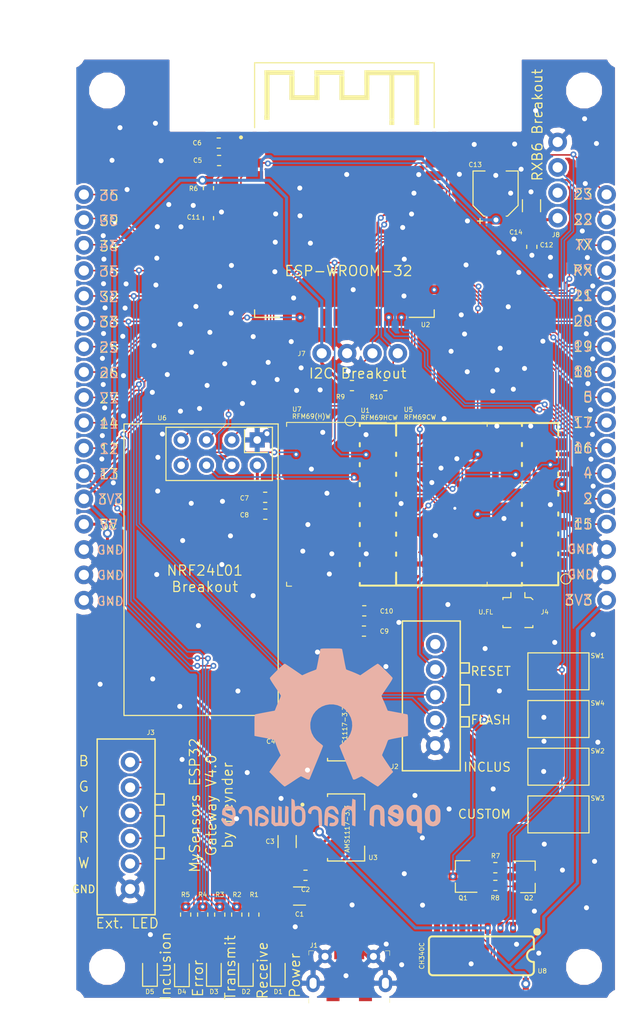
<source format=kicad_pcb>
(kicad_pcb (version 20171130) (host pcbnew 6.0.0-rc1-unknown-ebb74fc~66~ubuntu18.04.1)
  (title_block (title "ESP32 MySensors Gateway") (rev v3) (company freynder))
  (layers (0 F.Cu signal) (31 B.Cu signal) (34 B.Paste user) (35 F.Paste user) (36 B.SilkS user) (37 F.SilkS user) (38 B.Mask user) (39 F.Mask user) (44 Edge.Cuts user))
  (net 0 "")
  (net 1 GND)
  (net 2 +5V)
  (net 3 D+)
  (net 4 D-)
  (net 5 RFMANT)
  (net 6 DTR)
  (net 7 IO0)
  (net 8 EN)
  (net 9 RTS)
  (net 10 SENSOR_VP)
  (net 11 SENSOR_VN)
  (net 12 IO34)
  (net 13 IO35)
  (net 14 IO32)
  (net 15 IO33)
  (net 16 IO25)
  (net 17 IO26)
  (net 18 IO27)
  (net 19 IO14)
  (net 20 IO12)
  (net 21 IO13)
  (net 22 IO15)
  (net 23 IO2)
  (net 24 IO4)
  (net 25 IO16)
  (net 26 CE-RST)
  (net 27 IO5)
  (net 28 IO18)
  (net 29 IO19)
  (net 30 IO21)
  (net 31 ESPRX)
  (net 32 ESPTX)
  (net 33 IO22)
  (net 34 IO23)
  (net 35 "Net-(Q1-Pad1)")
  (net 36 "Net-(Q2-Pad1)")
  (net 37 "Net-(D1-Pad2)")
  (net 38 "Net-(D2-Pad2)")
  (net 39 "Net-(D3-Pad2)")
  (net 40 "Net-(D4-Pad2)")
  (net 41 IO20)
  (net 42 "Net-(D5-Pad2)")
  (net 43 LEDB)
  (net 44 RFPOW)
  (net 45 "Net-(J1-Pad4)")
  (net 46 "Net-(U1-Pad16)")
  (net 47 "Net-(U1-Pad15)")
  (net 48 "Net-(U1-Pad12)")
  (net 49 "Net-(U1-Pad11)")
  (net 50 "Net-(U1-Pad7)")
  (net 51 "Net-(U2-Pad22)")
  (net 52 "Net-(U2-Pad21)")
  (net 53 "Net-(U2-Pad20)")
  (net 54 "Net-(U2-Pad19)")
  (net 55 "Net-(U2-Pad18)")
  (net 56 "Net-(U2-Pad17)")
  (net 57 "Net-(U5-Pad12)")
  (net 58 "Net-(U5-Pad11)")
  (net 59 "Net-(U5-Pad10)")
  (net 60 "Net-(U5-Pad4)")
  (net 61 "Net-(U7-Pad3)")
  (net 62 "Net-(U7-Pad4)")
  (net 63 "Net-(U7-Pad5)")
  (net 64 "Net-(U7-Pad6)")
  (net 65 "Net-(U7-Pad7)")
  (net 66 "Net-(U8-Pad15)")
  (net 67 "Net-(U8-Pad12)")
  (net 68 "Net-(U8-Pad11)")
  (net 69 "Net-(U8-Pad10)")
  (net 70 "Net-(U8-Pad9)")
  (net 71 "Net-(U8-Pad8)")
  (net 72 "Net-(U8-Pad7)")
  (net 73 "Net-(J8-Pad2)")
  (module Resistor_SMD:R_0603_1608Metric (layer F.Cu) (at 146.482816 98.166936 180)
    (fp_text reference R10 (at 0.890016 -1.13284 180) (layer F.SilkS) (effects (font (size 0.4572 0.4572) (thickness 0.0762))))
    (fp_text value 4.7K)
    (pad 2 smd roundrect (at 0.7875 0 180) (size 0.875 0.95) (layers F.Cu F.Paste F.Mask) (net 43 LEDB))
    (pad 1 smd roundrect (at -0.7875 0 180) (size 0.875 0.95) (layers F.Cu F.Paste F.Mask) (net 30 IO21))
  )
  (module Resistor_SMD:R_0603_1608Metric (layer F.Cu) (at 143.135096 98.166936 180)
    (fp_text reference R9 (at 1.147064 -1.12268 180) (layer F.SilkS) (effects (font (size 0.4572 0.4572) (thickness 0.0762))))
    (fp_text value 4.7K)
    (pad 2 smd roundrect (at 0.7875 0 180) (size 0.875 0.95) (layers F.Cu F.Paste F.Mask) (net 43 LEDB))
    (pad 1 smd roundrect (at -0.7875 0 180) (size 0.875 0.95) (layers F.Cu F.Paste F.Mask) (net 33 IO22))
  )
  (module Capacitor_SMD:CP_Elec_4x5.4 (layer F.Cu) (at 157.53 78.93 90)
    (fp_text reference C13 (at 2.89 -2.04 180) (layer F.SilkS) (effects (font (size 0.4572 0.4572) (thickness 0.0762))))
    (fp_text value 0.47uF)
    (pad 2 smd rect (at 1.8 0 90) (size 2.6 1.6) (layers F.Cu F.Paste F.Mask) (net 1 GND))
    (pad 1 smd rect (at -1.8 0 90) (size 2.6 1.6) (layers F.Cu F.Paste F.Mask) (net 43 LEDB))
  )
  (module "Sparkfun Connectors:1X04_NO_SILK" (layer F.Cu) (at 163.75 81.39 90)
    (fp_text reference J8 (at -1.668 -0.174 180) (layer F.SilkS) (effects (font (size 0.4572 0.4572) (thickness 0.0762))))
    (fp_text value "RXB6 Breakout" (at 9.32 -2.03 270) (layer F.SilkS) (effects (font (thickness 0.127))))
    (pad 4 thru_hole circle (at 7.62 0 90) (size 1.8796 1.8796) (drill 1.016) (layers *.Cu *.Mask) (net 1 GND))
    (pad 3 thru_hole circle (at 5.08 0 90) (size 1.8796 1.8796) (drill 1.016) (layers *.Cu *.Mask) (net 22 IO15))
    (pad 2 thru_hole circle (at 2.54 0 90) (size 1.8796 1.8796) (drill 1.016) (layers *.Cu *.Mask) (net 73 "Net-(J8-Pad2)"))
    (pad 1 thru_hole circle (at 0 0 90) (size 1.8796 1.8796) (drill 1.016) (layers *.Cu *.Mask) (net 43 LEDB))
  )
  (module Capacitor_SMD:C_1206_3216Metric (layer F.Cu) (at 161.13 80.15 90)
    (fp_text reference C12 (at -3.93 1.51 180) (layer F.SilkS) (effects (font (size 0.4572 0.4572) (thickness 0.0762))))
    (fp_text value 10uF)
    (pad 2 smd roundrect (at 1.4 0 90) (size 1.25 1.75) (layers F.Cu F.Paste F.Mask) (roundrect_rratio 0.2) (net 1 GND))
    (pad 1 smd roundrect (at -1.4 0 90) (size 1.25 1.75) (layers F.Cu F.Paste F.Mask) (roundrect_rratio 0.2) (net 43 LEDB))
  )
  (module Capacitor_SMD:C_0603_1608Metric (layer F.Cu) (at 138.48 147.22 180)
    (fp_text reference C2 (at 0 -1.43 180) (layer F.SilkS) (effects (font (size 0.4572 0.4572) (thickness 0.0762))))
    (fp_text value 0.1uF)
    (pad 2 smd roundrect (at 0.7875 0 180) (size 0.875 0.95) (layers F.Cu F.Paste F.Mask) (net 1 GND))
    (pad 1 smd roundrect (at -0.7875 0 180) (size 0.875 0.95) (layers F.Cu F.Paste F.Mask) (net 2 +5V))
  )
  (module Capacitor_SMD:C_1206_3216Metric (layer F.Cu) (at 137.88 149.3 180)
    (fp_text reference C1 (at 0 -1.82 180) (layer F.SilkS) (effects (font (size 0.4572 0.4572) (thickness 0.0762))))
    (fp_text value 4.7uF)
    (pad 2 smd roundrect (at 1.4 0 180) (size 1.25 1.75) (layers F.Cu F.Paste F.Mask) (roundrect_rratio 0.2) (net 1 GND))
    (pad 1 smd roundrect (at -1.4 0 180) (size 1.25 1.75) (layers F.Cu F.Paste F.Mask) (roundrect_rratio 0.2) (net 2 +5V))
  )
  (module "Sparkfun Connectors:1X04_NO_SILK" (layer F.Cu) (at 140.11 94.93)
    (fp_text reference J7 (at -2.02 0.04) (layer F.SilkS) (effects (font (size 0.4572 0.4572) (thickness 0.0762))))
    (fp_text value "I2C Breakout" (at 3.6 2.02) (layer F.SilkS) (effects (font (thickness 0.127))))
    (pad 4 thru_hole circle (at 7.62 0) (size 1.8796 1.8796) (drill 1.016) (layers *.Cu *.Mask) (net 30 IO21))
    (pad 3 thru_hole circle (at 5.08 0) (size 1.8796 1.8796) (drill 1.016) (layers *.Cu *.Mask) (net 33 IO22))
    (pad 2 thru_hole circle (at 2.54 0) (size 1.8796 1.8796) (drill 1.016) (layers *.Cu *.Mask) (net 1 GND) (thermal_gap 0.381))
    (pad 1 thru_hole circle (at 0 0) (size 1.8796 1.8796) (drill 1.016) (layers *.Cu *.Mask) (net 43 LEDB))
  )
  (module custom:connector-XH2.54-01x05 (layer F.Cu) (at 151.49 129.15 270)
    (fp_text reference J2 (at 7.18 4.08) (layer F.SilkS) (effects (font (size 0.4572 0.4572) (thickness 0.0762))))
    (fp_text value "Button Connector" hide)
    (pad 5 thru_hole circle (at 5.08 0 270) (size 1.8796 1.8796) (drill 1.016) (layers *.Cu *.Mask) (net 1 GND))
    (pad 4 thru_hole circle (at 2.54 0 270) (size 1.8796 1.8796) (drill 1.016) (layers *.Cu *.Mask) (net 18 IO27))
    (pad 3 thru_hole circle (at 0 0 270) (size 1.8796 1.8796) (drill 1.016) (layers *.Cu *.Mask) (net 13 IO35))
    (pad 2 thru_hole circle (at -2.54 0 270) (size 1.8796 1.8796) (drill 1.016) (layers *.Cu *.Mask) (net 7 IO0))
    (pad 1 thru_hole circle (at -5.08 0 270) (size 1.8796 1.8796) (drill 1.016) (layers *.Cu *.Mask) (net 8 EN))
  )
  (module custom:connector-XH2.54-01x06 (layer F.Cu) (at 120.904 140.97 270)
    (fp_text reference J3 (at -8.05 -2.066) (layer F.SilkS) (effects (font (size 0.4572 0.4572) (thickness 0.0762))))
    (fp_text value "Ext LED header" hide)
    (pad 6 thru_hole circle (at 7.62 0 270) (size 1.8796 1.8796) (drill 1.016) (layers *.Cu *.Mask) (net 1 GND))
    (pad 5 thru_hole circle (at 5.08 0 270) (size 1.8796 1.8796) (drill 1.016) (layers *.Cu *.Mask) (net 42 "Net-(D5-Pad2)"))
    (pad 4 thru_hole circle (at 2.54 0 270) (size 1.8796 1.8796) (drill 1.016) (layers *.Cu *.Mask) (net 40 "Net-(D4-Pad2)"))
    (pad 3 thru_hole circle (at 0 0 270) (size 1.8796 1.8796) (drill 1.016) (layers *.Cu *.Mask) (net 39 "Net-(D3-Pad2)"))
    (pad 2 thru_hole circle (at -2.54 0 270) (size 1.8796 1.8796) (drill 1.016) (layers *.Cu *.Mask) (net 38 "Net-(D2-Pad2)"))
    (pad 1 thru_hole circle (at -5.08 0 270) (size 1.8796 1.8796) (drill 1.016) (layers *.Cu *.Mask) (net 37 "Net-(D1-Pad2)"))
  )
  (module ESP_WROOM_32:MODULE_ESP-WROOM-32 (layer F.Cu) (at 142.38 81.58)
    (fp_text reference U2 (at 8.13 10.49) (layer F.SilkS) (effects (font (size 0.4572 0.4572) (thickness 0.0762))))
    (fp_text value ESP-WROOM-32 (at 0.41629 5.10227) (layer F.SilkS) (effects (font (size 1.016 1.016) (thickness 0.127))))
    (pad 1.1 smd rect (at 0.7 -0.845) (size 4 4) (layers F.Cu F.Paste F.Mask) (net 1 GND))
    (pad 38 smd rect (at 9 -8.255 180) (size 1.7 0.9) (layers F.Cu F.Paste F.Mask) (net 1 GND))
    (pad 37 smd rect (at 9 -6.985 180) (size 1.7 0.9) (layers F.Cu F.Paste F.Mask) (net 34 IO23))
    (pad 36 smd rect (at 9 -5.715 180) (size 1.7 0.9) (layers F.Cu F.Paste F.Mask) (net 33 IO22))
    (pad 35 smd rect (at 9 -4.445 180) (size 1.7 0.9) (layers F.Cu F.Paste F.Mask) (net 32 ESPTX))
    (pad 34 smd rect (at 9 -3.175 180) (size 1.7 0.9) (layers F.Cu F.Paste F.Mask) (net 31 ESPRX))
    (pad 33 smd rect (at 9 -1.905 180) (size 1.7 0.9) (layers F.Cu F.Paste F.Mask) (net 30 IO21))
    (pad 32 smd rect (at 9 -0.635 180) (size 1.7 0.9) (layers F.Cu F.Paste F.Mask) (net 41 IO20))
    (pad 31 smd rect (at 9 0.635 180) (size 1.7 0.9) (layers F.Cu F.Paste F.Mask) (net 29 IO19))
    (pad 30 smd rect (at 9 1.905 180) (size 1.7 0.9) (layers F.Cu F.Paste F.Mask) (net 28 IO18))
    (pad 29 smd rect (at 9 3.175 180) (size 1.7 0.9) (layers F.Cu F.Paste F.Mask) (net 27 IO5))
    (pad 28 smd rect (at 9 4.445 180) (size 1.7 0.9) (layers F.Cu F.Paste F.Mask) (net 26 CE-RST))
    (pad 27 smd rect (at 9 5.715 180) (size 1.7 0.9) (layers F.Cu F.Paste F.Mask) (net 25 IO16))
    (pad 26 smd rect (at 9 6.985 180) (size 1.7 0.9) (layers F.Cu F.Paste F.Mask) (net 24 IO4))
    (pad 25 smd rect (at 9 8.255 180) (size 1.7 0.9) (layers F.Cu F.Paste F.Mask) (net 7 IO0))
    (pad 24 smd rect (at 5.715 9.755 90) (size 1.7 0.9) (layers F.Cu F.Paste F.Mask) (net 23 IO2))
    (pad 23 smd rect (at 4.445 9.755 90) (size 1.7 0.9) (layers F.Cu F.Paste F.Mask) (net 22 IO15))
    (pad 22 smd rect (at 3.175 9.755 90) (size 1.7 0.9) (layers F.Cu F.Paste F.Mask) (net 51 "Net-(U2-Pad22)"))
    (pad 21 smd rect (at 1.905 9.755 90) (size 1.7 0.9) (layers F.Cu F.Paste F.Mask) (net 52 "Net-(U2-Pad21)"))
    (pad 20 smd rect (at 0.635 9.755 90) (size 1.7 0.9) (layers F.Cu F.Paste F.Mask) (net 53 "Net-(U2-Pad20)"))
    (pad 19 smd rect (at -0.635 9.755 90) (size 1.7 0.9) (layers F.Cu F.Paste F.Mask) (net 54 "Net-(U2-Pad19)"))
    (pad 18 smd rect (at -1.905 9.755 90) (size 1.7 0.9) (layers F.Cu F.Paste F.Mask) (net 55 "Net-(U2-Pad18)"))
    (pad 17 smd rect (at -3.175 9.755 90) (size 1.7 0.9) (layers F.Cu F.Paste F.Mask) (net 56 "Net-(U2-Pad17)"))
    (pad 16 smd rect (at -4.445 9.755 90) (size 1.7 0.9) (layers F.Cu F.Paste F.Mask) (net 21 IO13))
    (pad 15 smd rect (at -5.715 9.755 90) (size 1.7 0.9) (layers F.Cu F.Paste F.Mask) (net 1 GND))
    (pad 14 smd rect (at -9 8.255) (size 1.7 0.9) (layers F.Cu F.Paste F.Mask) (net 20 IO12))
    (pad 13 smd rect (at -9 6.985) (size 1.7 0.9) (layers F.Cu F.Paste F.Mask) (net 19 IO14))
    (pad 12 smd rect (at -9 5.715) (size 1.7 0.9) (layers F.Cu F.Paste F.Mask) (net 18 IO27))
    (pad 11 smd rect (at -9 4.445) (size 1.7 0.9) (layers F.Cu F.Paste F.Mask) (net 17 IO26))
    (pad 10 smd rect (at -9 3.175) (size 1.7 0.9) (layers F.Cu F.Paste F.Mask) (net 16 IO25))
    (pad 9 smd rect (at -9 1.905) (size 1.7 0.9) (layers F.Cu F.Paste F.Mask) (net 15 IO33))
    (pad 8 smd rect (at -9 0.635) (size 1.7 0.9) (layers F.Cu F.Paste F.Mask) (net 14 IO32))
    (pad 7 smd rect (at -9 -0.635) (size 1.7 0.9) (layers F.Cu F.Paste F.Mask) (net 13 IO35))
    (pad 6 smd rect (at -9 -1.905) (size 1.7 0.9) (layers F.Cu F.Paste F.Mask) (net 12 IO34))
    (pad 5 smd rect (at -9 -3.175) (size 1.7 0.9) (layers F.Cu F.Paste F.Mask) (net 11 SENSOR_VN))
    (pad 4 smd rect (at -9 -4.445) (size 1.7 0.9) (layers F.Cu F.Paste F.Mask) (net 10 SENSOR_VP))
    (pad 3 smd rect (at -9 -5.715) (size 1.7 0.9) (layers F.Cu F.Paste F.Mask) (net 8 EN))
    (pad 2 smd rect (at -9 -6.985) (size 1.7 0.9) (layers F.Cu F.Paste F.Mask) (net 43 LEDB))
    (pad 1 smd rect (at -9 -8.255) (size 1.7 0.9) (layers F.Cu F.Paste F.Mask) (net 1 GND))
  )
  (module RF_Module:nRF24L01_Breakout (layer F.Cu) (at 133.64 103.61 270)
    (fp_text reference U6 (at -2.2 9.53) (layer F.SilkS) (effects (font (size 0.4572 0.4572) (thickness 0.0762))))
    (fp_text value NRF24L01_Breakout)
    (pad 8 thru_hole circle (at 2.54 7.62 270) (size 1.524 1.524) (drill 0.762) (layers *.Cu *.Mask) (net 25 IO16))
    (pad 7 thru_hole circle (at 0 7.62 270) (size 1.524 1.524) (drill 0.762) (layers *.Cu *.Mask) (net 29 IO19))
    (pad 6 thru_hole circle (at 2.54 5.08 270) (size 1.524 1.524) (drill 0.762) (layers *.Cu *.Mask) (net 34 IO23))
    (pad 5 thru_hole circle (at 0 5.08 270) (size 1.524 1.524) (drill 0.762) (layers *.Cu *.Mask) (net 28 IO18))
    (pad 4 thru_hole circle (at 2.54 2.54 270) (size 1.524 1.524) (drill 0.762) (layers *.Cu *.Mask) (net 27 IO5))
    (pad 3 thru_hole circle (at 0 2.54 270) (size 1.524 1.524) (drill 0.762) (layers *.Cu *.Mask) (net 26 CE-RST))
    (pad 2 thru_hole circle (at 2.54 0 270) (size 1.524 1.524) (drill 0.762) (layers *.Cu *.Mask) (net 44 RFPOW))
    (pad 1 thru_hole rect (at 0 0 270) (size 1.524 1.524) (drill 0.762) (layers *.Cu *.Mask) (net 1 GND))
  )
  (module custom:HOPERF_RFM69HW-MINPADS (layer F.Cu) (at 146.636 110.058)
    (fp_text reference U7 (at -9.016 -9.518) (layer F.SilkS) (effects (font (size 0.4572 0.4572) (thickness 0.0762))))
    (fp_text value "RFM69(H)W")
    (pad 1 smd rect (at -9.1 -7) (size 2.5 1) (layers F.Cu F.Paste F.Mask) (net 26 CE-RST))
    (pad 2 smd rect (at -9.1 -5) (size 2.5 1) (layers F.Cu F.Paste F.Mask) (net 25 IO16))
    (pad 8 smd rect (at -9.1 7) (size 2.5 1) (layers F.Cu F.Paste F.Mask) (net 44 RFPOW))
    (pad 9 smd rect (at 9.1 7) (size 2.5 1) (layers F.Cu F.Paste F.Mask) (net 1 GND))
    (pad 10 smd rect (at 9.1 5) (size 2.5 1) (layers F.Cu F.Paste F.Mask) (net 5 RFMANT))
    (pad 11 smd rect (at 9.1 3) (size 2.5 1) (layers F.Cu F.Paste F.Mask) (net 1 GND))
    (pad 12 smd rect (at 9.1 1) (size 2.5 1) (layers F.Cu F.Paste F.Mask) (net 28 IO18))
    (pad 13 smd rect (at 9.1 -1) (size 2.5 1) (layers F.Cu F.Paste F.Mask) (net 29 IO19))
    (pad 14 smd rect (at 9.1 -3) (size 2.5 1) (layers F.Cu F.Paste F.Mask) (net 34 IO23))
    (pad 15 smd rect (at 9.1 -5) (size 2.5 1) (layers F.Cu F.Paste F.Mask) (net 27 IO5))
  )
  (module custom:RFM69CW-XXXS2-MINPADS (layer F.Cu) (at 155.68792 110.04004 180)
    (fp_text reference U5 (at 6.891805 9.47004 180) (layer F.SilkS) (effects (font (size 0.4572 0.4572) (thickness 0.0762))))
    (fp_text value RFM69CW (at 5.73792 8.70004 180) (layer F.SilkS) (effects (font (size 0.4572 0.4572) (thickness 0.0762))))
    (pad 14 smd rect (at 7.49808 -5.99948 180) (size 2.99974 1.19888) (layers F.Cu F.Paste F.Mask) (net 1 GND))
    (pad 13 smd rect (at 7.49808 -3.99796 180) (size 2.99974 1.19888) (layers F.Cu F.Paste F.Mask) (net 26 CE-RST))
    (pad 9 smd rect (at 7.49808 3.99796 180) (size 2.99974 1.19888) (layers F.Cu F.Paste F.Mask) (net 25 IO16))
    (pad 8 smd rect (at 7.49808 5.99948 180) (size 2.99974 1.19888) (layers F.Cu F.Paste F.Mask) (net 29 IO19))
    (pad 7 smd rect (at -7.49808 5.99948 180) (size 2.99974 1.19888) (layers F.Cu F.Paste F.Mask) (net 27 IO5))
    (pad 6 smd rect (at -7.49808 3.99796 180) (size 2.99974 1.19888) (layers F.Cu F.Paste F.Mask) (net 28 IO18))
    (pad 5 smd rect (at -7.49808 1.99898 180) (size 2.99974 1.19888) (layers F.Cu F.Paste F.Mask) (net 34 IO23))
    (pad 3 smd rect (at -7.49808 -1.99898 180) (size 2.99974 1.19888) (layers F.Cu F.Paste F.Mask) (net 1 GND))
    (pad 2 smd rect (at -7.49808 -3.99796 180) (size 2.99974 1.19888) (layers F.Cu F.Paste F.Mask) (net 44 RFPOW))
    (pad 1 smd rect (at -7.49808 -5.99948 180) (size 2.99974 1.19888) (layers F.Cu F.Paste F.Mask) (net 5 RFMANT))
  )
  (module custom:RFM69HCW-XXXS2-MINPADS (layer F.Cu) (at 152.046 110.078)
    (fp_text reference U1 (at -7.576 -9.418) (layer F.SilkS) (effects (font (size 0.4572 0.4572) (thickness 0.0762))))
    (fp_text value RFM69HCW (at -6.182629 -8.698 180) (layer F.SilkS) (effects (font (size 0.4572 0.4572) (thickness 0.0762))))
    (pad 14 smd rect (at 7.49808 -2.99974) (size 2.99974 1.19888) (layers F.Cu F.Paste F.Mask) (net 25 IO16))
    (pad 13 smd rect (at 7.49808 -0.99822) (size 2.99974 1.19888) (layers F.Cu F.Paste F.Mask) (net 44 RFPOW))
    (pad 10 smd rect (at 7.49808 4.99872) (size 2.99974 1.19888) (layers F.Cu F.Paste F.Mask) (net 1 GND))
    (pad 9 smd rect (at 7.49808 6.9977) (size 2.99974 1.19888) (layers F.Cu F.Paste F.Mask) (net 5 RFMANT))
    (pad 8 smd rect (at -7.49808 6.9977) (size 2.99974 1.19888) (layers F.Cu F.Paste F.Mask) (net 1 GND))
    (pad 6 smd rect (at -7.49808 2.99974) (size 2.99974 1.19888) (layers F.Cu F.Paste F.Mask) (net 26 CE-RST))
    (pad 5 smd rect (at -7.49808 0.99822) (size 2.99974 1.19888) (layers F.Cu F.Paste F.Mask) (net 27 IO5))
    (pad 4 smd rect (at -7.49808 -0.99822) (size 2.99974 1.19888) (layers F.Cu F.Paste F.Mask) (net 28 IO18))
    (pad 3 smd rect (at -7.49808 -2.99974) (size 2.99974 1.19888) (layers F.Cu F.Paste F.Mask) (net 34 IO23))
    (pad 2 smd rect (at -7.49808 -4.99872) (size 2.99974 1.19888) (layers F.Cu F.Paste F.Mask) (net 29 IO19))
    (pad 1 smd rect (at -7.49808 -6.9977) (size 2.99974 1.19888) (layers F.Cu F.Paste F.Mask) (net 1 GND))
  )
  (module custom:AMS1117-3.3 (layer F.Cu) (at 142.55 132.4 270)
    (fp_text reference U4 (at 3.09 -2.7) (layer F.SilkS) (effects (font (size 0.4572 0.4572) (thickness 0.0762))))
    (fp_text value AMS1117-3.3 (at 0.22 0.13 270) (layer F.SilkS) (effects (font (size 0.4572 0.4572) (thickness 0.0762))))
    (pad 4 smd rect (at 0 -3.345 270) (size 3.24 1.31) (layers F.Cu F.Paste F.Mask))
    (pad 3 smd rect (at 2.29 3.345 270) (size 0.93 1.31) (layers F.Cu F.Paste F.Mask) (net 2 +5V))
    (pad 2 smd rect (at 0 3.345 270) (size 0.93 1.31) (layers F.Cu F.Paste F.Mask) (net 44 RFPOW))
    (pad 1 smd rect (at -2.29 3.345 270) (size 0.93 1.31) (layers F.Cu F.Paste F.Mask) (net 1 GND))
  )
  (module Capacitor_SMD:C_0603_1608Metric (layer F.Cu) (at 144.37 120.73 180)
    (fp_text reference C10 (at -2.24 -0.03 180) (layer F.SilkS) (effects (font (size 0.4572 0.4572) (thickness 0.0762))))
    (fp_text value 10uF)
    (pad 2 smd roundrect (at 0.7875 0 180) (size 0.875 0.95) (layers F.Cu F.Paste F.Mask) (net 44 RFPOW))
    (pad 1 smd roundrect (at -0.7875 0 180) (size 0.875 0.95) (layers F.Cu F.Paste F.Mask) (net 1 GND))
  )
  (module Capacitor_SMD:C_1206_3216Metric (layer F.Cu) (at 136.76 133.8 270)
    (fp_text reference C4 (at 0.01 1.76) (layer F.SilkS) (effects (font (size 0.4572 0.4572) (thickness 0.0762))))
    (fp_text value 22uF)
    (pad 2 smd roundrect (at 1.4 0 270) (size 1.25 1.75) (layers F.Cu F.Paste F.Mask) (roundrect_rratio 0.2) (net 1 GND))
    (pad 1 smd roundrect (at -1.4 0 270) (size 1.25 1.75) (layers F.Cu F.Paste F.Mask) (roundrect_rratio 0.2) (net 44 RFPOW))
  )
  (module Capacitor_SMD:C_0603_1608Metric (layer F.Cu) (at 161.16 84.27 270)
    (fp_text reference C14 (at -1.47 1.59) (layer F.SilkS) (effects (font (size 0.4572 0.4572) (thickness 0.0762))))
    (fp_text value 0.1uF)
    (pad 2 smd roundrect (at 0.7875 0 270) (size 0.875 0.95) (layers F.Cu F.Paste F.Mask) (net 1 GND))
    (pad 1 smd roundrect (at -0.7875 0 270) (size 0.875 0.95) (layers F.Cu F.Paste F.Mask) (net 43 LEDB))
  )
  (module Capacitor_SMD:C_0603_1608Metric (layer F.Cu) (at 144.34 122.76 180)
    (fp_text reference C9 (at -2.04 -0.02 180) (layer F.SilkS) (effects (font (size 0.4572 0.4572) (thickness 0.0762))))
    (fp_text value 0.1uF)
    (pad 2 smd roundrect (at 0.7875 0 180) (size 0.875 0.95) (layers F.Cu F.Paste F.Mask) (net 44 RFPOW))
    (pad 1 smd roundrect (at -0.7875 0 180) (size 0.875 0.95) (layers F.Cu F.Paste F.Mask) (net 1 GND))
  )
  (module Resistor_SMD:R_0603_1608Metric (layer F.Cu) (at 126.47 151.158 90)
    (fp_text reference R5 (at 1.999525 -0.01 180) (layer F.SilkS) (effects (font (size 0.4572 0.4572) (thickness 0.0762))))
    (fp_text value 22)
    (pad 2 smd roundrect (at 0.7875 0 90) (size 0.875 0.95) (layers F.Cu F.Paste F.Mask) (net 21 IO13))
    (pad 1 smd roundrect (at -0.7875 0 90) (size 0.875 0.95) (layers F.Cu F.Paste F.Mask) (net 42 "Net-(D5-Pad2)"))
  )
  (module Resistor_SMD:R_0603_1608Metric (layer F.Cu) (at 128.754999 78.385001 270)
    (fp_text reference R6 (at 0.044999 1.494999) (layer F.SilkS) (effects (font (size 0.4572 0.4572) (thickness 0.0762))))
    (fp_text value 10K)
    (pad 2 smd roundrect (at 0.7875 0 270) (size 0.875 0.95) (layers F.Cu F.Paste F.Mask) (net 8 EN))
    (pad 1 smd roundrect (at -0.7875 0 270) (size 0.875 0.95) (layers F.Cu F.Paste F.Mask) (net 43 LEDB))
  )
  (module Resistor_SMD:R_0603_1608Metric (layer F.Cu) (at 133.3 151.158 90)
    (fp_text reference R1 (at 1.999525 0.03634 180) (layer F.SilkS) (effects (font (size 0.4572 0.4572) (thickness 0.0762))))
    (fp_text value 22)
    (pad 2 smd roundrect (at 0.7875 0 90) (size 0.875 0.95) (layers F.Cu F.Paste F.Mask) (net 43 LEDB))
    (pad 1 smd roundrect (at -0.7875 0 90) (size 0.875 0.95) (layers F.Cu F.Paste F.Mask) (net 37 "Net-(D1-Pad2)"))
  )
  (module Resistor_SMD:R_0603_1608Metric (layer F.Cu) (at 131.5925 151.158 90)
    (fp_text reference R2 (at 1.999525 0.024755 180) (layer F.SilkS) (effects (font (size 0.4572 0.4572) (thickness 0.0762))))
    (fp_text value 22)
    (pad 2 smd roundrect (at 0.7875 0 90) (size 0.875 0.95) (layers F.Cu F.Paste F.Mask) (net 20 IO12))
    (pad 1 smd roundrect (at -0.7875 0 90) (size 0.875 0.95) (layers F.Cu F.Paste F.Mask) (net 38 "Net-(D2-Pad2)"))
  )
  (module Resistor_SMD:R_0603_1608Metric (layer F.Cu) (at 129.885 151.158 90)
    (fp_text reference R3 (at 1.999525 0.01317 180) (layer F.SilkS) (effects (font (size 0.4572 0.4572) (thickness 0.0762))))
    (fp_text value 120)
    (pad 2 smd roundrect (at 0.7875 0 90) (size 0.875 0.95) (layers F.Cu F.Paste F.Mask) (net 15 IO33))
    (pad 1 smd roundrect (at -0.7875 0 90) (size 0.875 0.95) (layers F.Cu F.Paste F.Mask) (net 39 "Net-(D3-Pad2)"))
  )
  (module Resistor_SMD:R_0603_1608Metric (layer F.Cu) (at 128.1775 151.158 90)
    (fp_text reference R4 (at 1.999525 0.001585 180) (layer F.SilkS) (effects (font (size 0.4572 0.4572) (thickness 0.0762))))
    (fp_text value 120)
    (pad 2 smd roundrect (at 0.7875 0 90) (size 0.875 0.95) (layers F.Cu F.Paste F.Mask) (net 14 IO32))
    (pad 1 smd roundrect (at -0.7875 0 90) (size 0.875 0.95) (layers F.Cu F.Paste F.Mask) (net 40 "Net-(D4-Pad2)"))
  )
  (module Resistor_SMD:R_0603_1608Metric (layer F.Cu) (at 157.50536 146.459973 180)
    (fp_text reference R7 (at -0.02464 1.179973 180) (layer F.SilkS) (effects (font (size 0.4572 0.4572) (thickness 0.0762))))
    (fp_text value 12K)
    (pad 2 smd roundrect (at 0.7875 0 180) (size 0.875 0.95) (layers F.Cu F.Paste F.Mask) (net 6 DTR))
    (pad 1 smd roundrect (at -0.7875 0 180) (size 0.875 0.95) (layers F.Cu F.Paste F.Mask) (net 36 "Net-(Q2-Pad1)"))
  )
  (module Resistor_SMD:R_0603_1608Metric (layer F.Cu) (at 157.50536 148.237973 180)
    (fp_text reference R8 (at 0.02536 -1.252027 180) (layer F.SilkS) (effects (font (size 0.4572 0.4572) (thickness 0.0762))))
    (fp_text value 12K)
    (pad 2 smd roundrect (at 0.7875 0 180) (size 0.875 0.95) (layers F.Cu F.Paste F.Mask) (net 35 "Net-(Q1-Pad1)"))
    (pad 1 smd roundrect (at -0.7875 0 180) (size 0.875 0.95) (layers F.Cu F.Paste F.Mask) (net 9 RTS))
  )
  (module LED_SMD:LED_0603_1608Metric (layer F.Cu) (at 126.0945 156.89 90)
    (fp_text reference D4 (at -1.99 0.0005) (layer F.SilkS) (effects (font (size 0.4572 0.4572) (thickness 0.0762))))
    (fp_text value "LED RED")
    (pad 2 smd roundrect (at 0.7875 0 90) (size 0.875 0.95) (layers F.Cu F.Paste F.Mask) (net 40 "Net-(D4-Pad2)"))
    (pad 1 smd roundrect (at -0.7875 0 90) (size 0.875 0.95) (layers F.Cu F.Paste F.Mask) (net 1 GND))
  )
  (module LED_SMD:LED_0603_1608Metric (layer F.Cu) (at 129.297 156.85 90)
    (fp_text reference D3 (at -2.03 0.013 180) (layer F.SilkS) (effects (font (size 0.4572 0.4572) (thickness 0.0762))))
    (fp_text value "LED YELLOW")
    (pad 2 smd roundrect (at 0.7875 0 90) (size 0.875 0.95) (layers F.Cu F.Paste F.Mask) (net 39 "Net-(D3-Pad2)"))
    (pad 1 smd roundrect (at -0.7875 0 90) (size 0.875 0.95) (layers F.Cu F.Paste F.Mask) (net 1 GND))
  )
  (module LED_SMD:LED_0603_1608Metric (layer F.Cu) (at 132.4995 156.85 90)
    (fp_text reference D2 (at -2.03 0.0255 180) (layer F.SilkS) (effects (font (size 0.4572 0.4572) (thickness 0.0762))))
    (fp_text value "LED GREEN")
    (pad 2 smd roundrect (at 0.7875 0 90) (size 0.875 0.95) (layers F.Cu F.Paste F.Mask) (net 38 "Net-(D2-Pad2)"))
    (pad 1 smd roundrect (at -0.7875 0 90) (size 0.875 0.95) (layers F.Cu F.Paste F.Mask) (net 1 GND))
  )
  (module LED_SMD:LED_0603_1608Metric (layer F.Cu) (at 135.702 156.85 90)
    (fp_text reference D1 (at -2.03 0.038 180) (layer F.SilkS) (effects (font (size 0.4572 0.4572) (thickness 0.0762))))
    (fp_text value "LED BLUE")
    (pad 2 smd roundrect (at 0.7875 0 90) (size 0.875 0.95) (layers F.Cu F.Paste F.Mask) (net 37 "Net-(D1-Pad2)"))
    (pad 1 smd roundrect (at -0.7875 0 90) (size 0.875 0.95) (layers F.Cu F.Paste F.Mask) (net 1 GND))
  )
  (module LED_SMD:LED_0603_1608Metric (layer F.Cu) (at 122.892 156.85 90)
    (fp_text reference D5 (at -2.03 -0.012 180) (layer F.SilkS) (effects (font (size 0.4572 0.4572) (thickness 0.0762))))
    (fp_text value "LED WHITE")
    (pad 1 smd roundrect (at -0.7875 0 90) (size 0.875 0.95) (layers F.Cu F.Paste F.Mask) (net 1 GND))
    (pad 2 smd roundrect (at 0.7875 0 90) (size 0.875 0.95) (layers F.Cu F.Paste F.Mask) (net 42 "Net-(D5-Pad2)"))
  )
  (module Capacitor_SMD:C_0603_1608Metric (layer F.Cu) (at 128.754999 81.395001 90)
    (fp_text reference C11 (at 0.095001 -1.494999 180) (layer F.SilkS) (effects (font (size 0.4572 0.4572) (thickness 0.0762))))
    (fp_text value 0.1uF)
    (pad 2 smd roundrect (at 0.7875 0 90) (size 0.875 0.95) (layers F.Cu F.Paste F.Mask) (net 8 EN))
    (pad 1 smd roundrect (at -0.7875 0 90) (size 0.875 0.95) (layers F.Cu F.Paste F.Mask) (net 1 GND))
  )
  (module Capacitor_SMD:C_0603_1608Metric (layer F.Cu) (at 134.44 109.36 180)
    (fp_text reference C7 (at 2.08 -0.08 180) (layer F.SilkS) (effects (font (size 0.4572 0.4572) (thickness 0.0762))))
    (fp_text value 10nF)
    (pad 2 smd roundrect (at 0.7875 0 180) (size 0.875 0.95) (layers F.Cu F.Paste F.Mask) (net 44 RFPOW))
    (pad 1 smd roundrect (at -0.7875 0 180) (size 0.875 0.95) (layers F.Cu F.Paste F.Mask) (net 1 GND))
  )
  (module Capacitor_SMD:C_0603_1608Metric (layer F.Cu) (at 134.45 111.05 180)
    (fp_text reference C8 (at 2.09 -0.08 180) (layer F.SilkS) (effects (font (size 0.4572 0.4572) (thickness 0.0762))))
    (fp_text value 1nF)
    (pad 2 smd roundrect (at 0.7875 0 180) (size 0.875 0.95) (layers F.Cu F.Paste F.Mask) (net 44 RFPOW))
    (pad 1 smd roundrect (at -0.7875 0 180) (size 0.875 0.95) (layers F.Cu F.Paste F.Mask) (net 1 GND))
  )
  (module Button_Switch_SMD:SW_SPST_CK_RS282G05A3 (layer F.Cu) (at 163.83 136.343332)
    (fp_text reference SW2 (at 3.93 -1.573332) (layer F.SilkS) (effects (font (size 0.4572 0.4572) (thickness 0.0762))))
    (fp_text value SW_INCLUSION hide)
    (pad 2 smd rect (at 3.9 0) (size 1.5 1.5) (layers F.Cu F.Paste F.Mask) (net 1 GND))
    (pad 1 smd rect (at -3.9 0) (size 1.5 1.5) (layers F.Cu F.Paste F.Mask) (net 13 IO35))
  )
  (module Button_Switch_SMD:SW_SPST_CK_RS282G05A3 (layer F.Cu) (at 163.83 141.12)
    (fp_text reference SW3 (at 3.93 -1.61) (layer F.SilkS) (effects (font (size 0.4572 0.4572) (thickness 0.0762))))
    (fp_text value SW_GEN1 hide)
    (pad 2 smd rect (at 3.9 0) (size 1.5 1.5) (layers F.Cu F.Paste F.Mask) (net 1 GND))
    (pad 1 smd rect (at -3.9 0) (size 1.5 1.5) (layers F.Cu F.Paste F.Mask) (net 18 IO27))
  )
  (module "Sparkfun Connectors:1X17_NO_SILK" (layer F.Cu) (at 168.656 119.664 90)
    (fp_text reference J6 hide)
    (fp_text value "Header Right" hide)
    (pad 17 thru_hole circle (at 40.64 0 90) (size 1.8796 1.8796) (drill 1.016) (layers *.Cu *.Mask) (net 34 IO23))
    (pad 16 thru_hole circle (at 38.1 0 90) (size 1.8796 1.8796) (drill 1.016) (layers *.Cu *.Mask) (net 33 IO22))
    (pad 15 thru_hole circle (at 35.56 0 90) (size 1.8796 1.8796) (drill 1.016) (layers *.Cu *.Mask) (net 32 ESPTX))
    (pad 14 thru_hole circle (at 33.02 0 90) (size 1.8796 1.8796) (drill 1.016) (layers *.Cu *.Mask) (net 31 ESPRX))
    (pad 13 thru_hole circle (at 30.48 0 90) (size 1.8796 1.8796) (drill 1.016) (layers *.Cu *.Mask) (net 30 IO21))
    (pad 12 thru_hole circle (at 27.94 0 90) (size 1.8796 1.8796) (drill 1.016) (layers *.Cu *.Mask) (net 41 IO20))
    (pad 11 thru_hole circle (at 25.4 0 90) (size 1.8796 1.8796) (drill 1.016) (layers *.Cu *.Mask) (net 29 IO19))
    (pad 10 thru_hole circle (at 22.86 0 90) (size 1.8796 1.8796) (drill 1.016) (layers *.Cu *.Mask) (net 28 IO18))
    (pad 9 thru_hole circle (at 20.32 0 90) (size 1.8796 1.8796) (drill 1.016) (layers *.Cu *.Mask) (net 27 IO5))
    (pad 8 thru_hole circle (at 17.78 0 90) (size 1.8796 1.8796) (drill 1.016) (layers *.Cu *.Mask) (net 26 CE-RST))
    (pad 7 thru_hole circle (at 15.24 0 90) (size 1.8796 1.8796) (drill 1.016) (layers *.Cu *.Mask) (net 25 IO16))
    (pad 6 thru_hole circle (at 12.7 0 90) (size 1.8796 1.8796) (drill 1.016) (layers *.Cu *.Mask) (net 24 IO4))
    (pad 5 thru_hole circle (at 10.16 0 90) (size 1.8796 1.8796) (drill 1.016) (layers *.Cu *.Mask) (net 23 IO2))
    (pad 4 thru_hole circle (at 7.62 0 90) (size 1.8796 1.8796) (drill 1.016) (layers *.Cu *.Mask) (net 22 IO15))
    (pad 3 thru_hole circle (at 5.08 0 90) (size 1.8796 1.8796) (drill 1.016) (layers *.Cu *.Mask) (net 1 GND))
    (pad 2 thru_hole circle (at 2.54 0 90) (size 1.8796 1.8796) (drill 1.016) (layers *.Cu *.Mask) (net 1 GND))
    (pad 1 thru_hole circle (at 0 0 90) (size 1.8796 1.8796) (drill 1.016) (layers *.Cu *.Mask) (net 43 LEDB))
  )
  (module "Sparkfun Connectors:1X17_NO_SILK" (layer F.Cu) (at 116.27 79.03 270)
    (fp_text reference J5 hide)
    (fp_text value "Header Left" hide)
    (pad 17 thru_hole circle (at 40.64 0 270) (size 1.8796 1.8796) (drill 1.016) (layers *.Cu *.Mask) (net 1 GND))
    (pad 16 thru_hole circle (at 38.1 0 270) (size 1.8796 1.8796) (drill 1.016) (layers *.Cu *.Mask) (net 1 GND))
    (pad 15 thru_hole circle (at 35.56 0 270) (size 1.8796 1.8796) (drill 1.016) (layers *.Cu *.Mask) (net 1 GND))
    (pad 14 thru_hole circle (at 33.02 0 270) (size 1.8796 1.8796) (drill 1.016) (layers *.Cu *.Mask) (net 2 +5V))
    (pad 13 thru_hole circle (at 30.48 0 270) (size 1.8796 1.8796) (drill 1.016) (layers *.Cu *.Mask) (net 43 LEDB))
    (pad 12 thru_hole circle (at 27.94 0 270) (size 1.8796 1.8796) (drill 1.016) (layers *.Cu *.Mask) (net 21 IO13))
    (pad 11 thru_hole circle (at 25.4 0 270) (size 1.8796 1.8796) (drill 1.016) (layers *.Cu *.Mask) (net 20 IO12))
    (pad 10 thru_hole circle (at 22.86 0 270) (size 1.8796 1.8796) (drill 1.016) (layers *.Cu *.Mask) (net 19 IO14))
    (pad 9 thru_hole circle (at 20.32 0 270) (size 1.8796 1.8796) (drill 1.016) (layers *.Cu *.Mask) (net 18 IO27))
    (pad 8 thru_hole circle (at 17.78 0 270) (size 1.8796 1.8796) (drill 1.016) (layers *.Cu *.Mask) (net 17 IO26))
    (pad 7 thru_hole circle (at 15.24 0 270) (size 1.8796 1.8796) (drill 1.016) (layers *.Cu *.Mask) (net 16 IO25))
    (pad 6 thru_hole circle (at 12.7 0 270) (size 1.8796 1.8796) (drill 1.016) (layers *.Cu *.Mask) (net 15 IO33))
    (pad 5 thru_hole circle (at 10.16 0 270) (size 1.8796 1.8796) (drill 1.016) (layers *.Cu *.Mask) (net 14 IO32))
    (pad 4 thru_hole circle (at 7.62 0 270) (size 1.8796 1.8796) (drill 1.016) (layers *.Cu *.Mask) (net 13 IO35))
    (pad 3 thru_hole circle (at 5.08 0 270) (size 1.8796 1.8796) (drill 1.016) (layers *.Cu *.Mask) (net 12 IO34))
    (pad 2 thru_hole circle (at 2.54 0 270) (size 1.8796 1.8796) (drill 1.016) (layers *.Cu *.Mask) (net 11 SENSOR_VN))
    (pad 1 thru_hole circle (at 0 0 270) (size 1.8796 1.8796) (drill 1.016) (layers *.Cu *.Mask) (net 10 SENSOR_VP))
  )
  (module MountingHole:MountingHole_3.2mm_M3 (layer F.Cu) (at 166.4 68.61)
    (fp_text reference MK3 hide)
    (fp_text value Mounting_Hole hide)
    (pad 1 np_thru_hole circle (at 0 0) (size 3.2 3.2) (drill 3.2) (layers *.Cu *.Mask))
  )
  (module MountingHole:MountingHole_3.2mm_M3 (layer F.Cu) (at 166.4 156.4)
    (fp_text reference MK2 hide)
    (fp_text value Mounting_Hole hide)
    (pad 1 np_thru_hole circle (at 0 0) (size 3.2 3.2) (drill 3.2) (layers *.Cu *.Mask))
  )
  (module MountingHole:MountingHole_3.2mm_M3 (layer F.Cu) (at 118.6 68.61)
    (fp_text reference MK1 hide)
    (fp_text value Mounting_Hole hide)
    (pad 1 np_thru_hole circle (at 0 0) (size 3.2 3.2) (drill 3.2) (layers *.Cu *.Mask))
  )
  (module MountingHole:MountingHole_3.2mm_M3 (layer F.Cu) (at 118.6 156.4)
    (fp_text reference MK4 hide)
    (fp_text value Mounting_Hole hide)
    (pad 1 np_thru_hole circle (at 0 0) (size 3.2 3.2) (drill 3.2) (layers *.Cu *.Mask))
  )
  (module Capacitor_SMD:C_1206_3216Metric (layer F.Cu) (at 136.64 143.84 270)
    (fp_text reference C3 (at -0.01 1.71) (layer F.SilkS) (effects (font (size 0.4572 0.4572) (thickness 0.0762))))
    (fp_text value 22uF)
    (pad 2 smd roundrect (at 1.4 0 270) (size 1.25 1.75) (layers F.Cu F.Paste F.Mask) (roundrect_rratio 0.2) (net 1 GND))
    (pad 1 smd roundrect (at -1.4 0 270) (size 1.25 1.75) (layers F.Cu F.Paste F.Mask) (roundrect_rratio 0.2) (net 43 LEDB))
  )
  (module custom:AMS1117-3.3 (layer F.Cu) (at 142.55 142.43 270)
    (fp_text reference U3 (at 3.02 -2.7) (layer F.SilkS) (effects (font (size 0.4572 0.4572) (thickness 0.0762))))
    (fp_text value AMS1117-3.3 (at 0.14 -0.11 90) (layer F.SilkS) (effects (font (size 0.4572 0.4572) (thickness 0.0762))))
    (pad 4 smd rect (at 0 -3.345 270) (size 3.24 1.31) (layers F.Cu F.Paste F.Mask))
    (pad 3 smd rect (at 2.29 3.345 270) (size 0.93 1.31) (layers F.Cu F.Paste F.Mask) (net 2 +5V))
    (pad 2 smd rect (at 0 3.345 270) (size 0.93 1.31) (layers F.Cu F.Paste F.Mask) (net 43 LEDB))
    (pad 1 smd rect (at -2.29 3.345 270) (size 0.93 1.31) (layers F.Cu F.Paste F.Mask) (net 1 GND))
  )
  (module Capacitor_SMD:C_0603_1608Metric (layer F.Cu) (at 129.82 75.62 180)
    (fp_text reference C5 (at 2.15 0.01 180) (layer F.SilkS) (effects (font (size 0.4572 0.4572) (thickness 0.0762))))
    (fp_text value 0.1uF)
    (pad 2 smd roundrect (at 0.7875 0 180) (size 0.875 0.95) (layers F.Cu F.Paste F.Mask) (net 1 GND))
    (pad 1 smd roundrect (at -0.7875 0 180) (size 0.875 0.95) (layers F.Cu F.Paste F.Mask) (net 43 LEDB))
  )
  (module Capacitor_SMD:C_0603_1608Metric (layer F.Cu) (at 129.784153 73.873299 180)
    (fp_text reference C6 (at 2.164153 0.011667 180) (layer F.SilkS) (effects (font (size 0.4572 0.4572) (thickness 0.0762))))
    (fp_text value 10uF)
    (pad 2 smd roundrect (at 0.7875 0 180) (size 0.875 0.95) (layers F.Cu F.Paste F.Mask) (net 1 GND))
    (pad 1 smd roundrect (at -0.7875 0 180) (size 0.875 0.95) (layers F.Cu F.Paste F.Mask) (net 43 LEDB))
  )
  (module custom:aliexpress_micro_USB_connector (layer F.Cu) (at 142.49 158.03 180)
    (fp_text reference J1 (at 3.17 3.79 180) (layer F.SilkS) (effects (font (size 0.4572 0.4572) (thickness 0.0762))))
    (fp_text value USB_B_Micro hide)
    (pad 6 smd rect (at 1.25 -1.35) (size 1.3 0.9) (layers F.Cu F.Paste F.Mask) (net 1 GND))
    (pad 6 smd rect (at -2 -1.35) (size 1.3 0.9) (layers F.Cu F.Paste F.Mask) (net 1 GND))
    (pad 1 smd rect (at 0.925 3.2) (size 0.4 1.6) (layers F.Cu F.Paste F.Mask) (net 2 +5V))
    (pad 2 smd rect (at 0.275 3.2) (size 0.4 1.6) (layers F.Cu F.Paste F.Mask) (net 4 D-))
    (pad 3 smd rect (at -0.375 3.2) (size 0.4 1.6) (layers F.Cu F.Paste F.Mask) (net 3 D+))
    (pad 4 smd rect (at -1.025 3.2) (size 0.4 1.6) (layers F.Cu F.Paste F.Mask) (net 45 "Net-(J1-Pad4)"))
    (pad 5 smd rect (at -1.675 3.2) (size 0.4 1.6) (layers F.Cu F.Paste F.Mask) (net 1 GND))
    (pad 6 thru_hole circle (at 2.05 2.68) (size 1.35 1.35) (drill oval 0.7) (layers *.Cu *.Mask) (net 1 GND))
    (pad 6 thru_hole circle (at -2.8 2.68) (size 1.35 1.35) (drill oval 0.7) (layers *.Cu *.Mask) (net 1 GND))
    (pad 6 thru_hole oval (at -4 0) (size 1.35 1.8) (drill oval 0.7 1.1) (layers *.Cu *.Mask) (net 1 GND))
    (pad 6 thru_hole oval (at 3.25 0) (size 1.35 1.8) (drill oval 0.7 1.1) (layers *.Cu *.Mask) (net 1 GND))
  )
  (module Connector_Coaxial:U.FL_Molex_MCRF_73412-0110_Vertical (layer F.Cu) (at 159.766 120.904 180)
    (fp_text reference J4 (at -2.694 0.054 180) (layer F.SilkS) (effects (font (size 0.4572 0.4572) (thickness 0.0762))))
    (fp_text value u.FL hide)
    (pad 1 smd rect (at 0 1.5 180) (size 1 1) (layers F.Cu F.Paste F.Mask) (net 5 RFMANT))
    (pad 2 smd rect (at 0 -1.5 180) (size 1 1) (layers F.Cu F.Paste F.Mask) (net 1 GND))
    (pad 2 smd rect (at 1.475 0 180) (size 1.05 2.2) (layers F.Cu F.Paste F.Mask) (net 1 GND))
    (pad 2 smd rect (at -1.475 0 180) (size 1.05 2.2) (layers F.Cu F.Paste F.Mask) (net 1 GND))
  )
  (module Button_Switch_SMD:SW_SPST_CK_RS282G05A3 (layer F.Cu) (at 163.83 126.79)
    (fp_text reference SW1 (at 3.93 -1.56) (layer F.SilkS) (effects (font (size 0.4572 0.4572) (thickness 0.0762))))
    (fp_text value SW_RESET hide)
    (pad 2 smd rect (at 3.9 0) (size 1.5 1.5) (layers F.Cu F.Paste F.Mask) (net 1 GND))
    (pad 1 smd rect (at -3.9 0) (size 1.5 1.5) (layers F.Cu F.Paste F.Mask) (net 8 EN))
  )
  (module Button_Switch_SMD:SW_SPST_CK_RS282G05A3 (layer F.Cu) (at 163.83 131.566666)
    (fp_text reference SW4 (at 3.93 -1.586666) (layer F.SilkS) (effects (font (size 0.4572 0.4572) (thickness 0.0762))))
    (fp_text value SW_BOOT hide)
    (pad 2 smd rect (at 3.9 0) (size 1.5 1.5) (layers F.Cu F.Paste F.Mask) (net 1 GND))
    (pad 1 smd rect (at -3.9 0) (size 1.5 1.5) (layers F.Cu F.Paste F.Mask) (net 7 IO0))
  )
  (module "Sparkfun Silicon-Standard:SO16" (layer F.Cu) (at 156.11 155.29 180)
    (fp_text reference U8 (at -6.1 -1.52) (layer F.SilkS) (effects (font (size 0.4572 0.4572) (thickness 0.0762))))
    (fp_text value CH340C (at 5.969 0 270) (layer F.SilkS) (effects (font (size 0.4572 0.4572) (thickness 0.0762))))
    (pad 16 smd rect (at -4.445 -2.79908 180) (size 0.59944 1.19888) (layers F.Cu F.Paste F.Mask) (net 43 LEDB))
    (pad 15 smd rect (at -3.175 -2.79908 180) (size 0.59944 1.19888) (layers F.Cu F.Paste F.Mask) (net 66 "Net-(U8-Pad15)"))
    (pad 14 smd rect (at -1.905 -2.79908 180) (size 0.59944 1.19888) (layers F.Cu F.Paste F.Mask) (net 9 RTS))
    (pad 13 smd rect (at -0.635 -2.79908 180) (size 0.59944 1.19888) (layers F.Cu F.Paste F.Mask) (net 6 DTR))
    (pad 12 smd rect (at 0.635 -2.79908 180) (size 0.59944 1.19888) (layers F.Cu F.Paste F.Mask) (net 67 "Net-(U8-Pad12)"))
    (pad 11 smd rect (at 1.905 -2.79908 180) (size 0.59944 1.19888) (layers F.Cu F.Paste F.Mask) (net 68 "Net-(U8-Pad11)"))
    (pad 10 smd rect (at 3.175 -2.79908 180) (size 0.59944 1.19888) (layers F.Cu F.Paste F.Mask) (net 69 "Net-(U8-Pad10)"))
    (pad 9 smd rect (at 4.445 -2.79908 180) (size 0.59944 1.19888) (layers F.Cu F.Paste F.Mask) (net 70 "Net-(U8-Pad9)"))
    (pad 8 smd rect (at 4.445 2.79908 180) (size 0.59944 1.19888) (layers F.Cu F.Paste F.Mask) (net 71 "Net-(U8-Pad8)"))
    (pad 7 smd rect (at 3.175 2.79908 180) (size 0.59944 1.19888) (layers F.Cu F.Paste F.Mask) (net 72 "Net-(U8-Pad7)"))
    (pad 6 smd rect (at 1.905 2.79908 180) (size 0.59944 1.19888) (layers F.Cu F.Paste F.Mask) (net 4 D-))
    (pad 5 smd rect (at 0.635 2.79908 180) (size 0.59944 1.19888) (layers F.Cu F.Paste F.Mask) (net 3 D+))
    (pad 4 smd rect (at -0.635 2.79908 180) (size 0.59944 1.19888) (layers F.Cu F.Paste F.Mask) (net 43 LEDB))
    (pad 3 smd rect (at -1.905 2.79908 180) (size 0.59944 1.19888) (layers F.Cu F.Paste F.Mask) (net 32 ESPTX))
    (pad 2 smd rect (at -3.175 2.79908 180) (size 0.59944 1.19888) (layers F.Cu F.Paste F.Mask) (net 31 ESPRX))
    (pad 1 smd rect (at -4.445 2.79908 180) (size 0.59944 1.19888) (layers F.Cu F.Paste F.Mask) (net 1 GND))
  )
  (module Package_TO_SOT_SMD:SOT-23 (layer F.Cu) (at 154.26 147.34 180)
    (fp_text reference Q1 (at -0.01 -2.15 180) (layer F.SilkS) (effects (font (size 0.4572 0.4572) (thickness 0.0762))))
    (fp_text value Q_NPN_BEC hide)
    (pad 3 smd rect (at 1 0 180) (size 0.9 0.8) (layers F.Cu F.Paste F.Mask) (net 7 IO0))
    (pad 2 smd rect (at -1 0.95 180) (size 0.9 0.8) (layers F.Cu F.Paste F.Mask) (net 6 DTR))
    (pad 1 smd rect (at -1 -0.95 180) (size 0.9 0.8) (layers F.Cu F.Paste F.Mask) (net 35 "Net-(Q1-Pad1)"))
  )
  (module Package_TO_SOT_SMD:SOT-23 (layer F.Cu) (at 160.74 147.38)
    (fp_text reference Q2 (at 0.11 2.11) (layer F.SilkS) (effects (font (size 0.4572 0.4572) (thickness 0.0762))))
    (fp_text value Q_NPN_BEC hide)
    (pad 3 smd rect (at 1 0) (size 0.9 0.8) (layers F.Cu F.Paste F.Mask) (net 8 EN))
    (pad 2 smd rect (at -1 0.95) (size 0.9 0.8) (layers F.Cu F.Paste F.Mask) (net 9 RTS))
    (pad 1 smd rect (at -1 -0.95) (size 0.9 0.8) (layers F.Cu F.Paste F.Mask) (net 36 "Net-(Q2-Pad1)"))
  )
  (module Symbol:OSHW-Logo2_24.3x20mm_SilkScreen (layer B.Cu) (at 141.06 133.75 180)
    (fp_text reference REF** hide)
    (fp_text value OSHW-Logo2_24.3x20mm_SilkScreen hide)
  )
  (gr_text 23 (at 166.294858 78.96) (layer B.SilkS) (effects (font (size 1.016 1.016) (thickness 0.12192)) (justify mirror)))
  (gr_text GND (at 166.054286 117.058125) (layer B.SilkS) (effects (font (size 0.889 0.889) (thickness 0.12192)) (justify mirror)))
  (gr_text 3V3 (at 165.859429 119.63) (layer B.SilkS) (effects (font (size 1.016 1.016) (thickness 0.12192)) (justify mirror)))
  (gr_text 18 (at 166.294858 96.753125) (layer B.SilkS) (effects (font (size 1.016 1.016) (thickness 0.12192)) (justify mirror)))
  (gr_text 5 (at 166.778667 99.295) (layer B.SilkS) (effects (font (size 1.016 1.016) (thickness 0.12192)) (justify mirror)))
  (gr_text 22 (at 166.294858 81.501875) (layer B.SilkS) (effects (font (size 1.016 1.016) (thickness 0.12192)) (justify mirror)))
  (gr_text TX (at 166.39162 84.04375) (layer B.SilkS) (effects (font (size 1.016 1.016) (thickness 0.12192)) (justify mirror)))
  (gr_text 15 (at 166.294858 112.004375) (layer B.SilkS) (effects (font (size 1.016 1.016) (thickness 0.12192)) (justify mirror)))
  (gr_text GND (at 166.054286 114.51625) (layer B.SilkS) (effects (font (size 0.889 0.889) (thickness 0.12192)) (justify mirror)))
  (gr_text 4 (at 166.778667 106.920625) (layer B.SilkS) (effects (font (size 1.016 1.016) (thickness 0.12192)) (justify mirror)))
  (gr_text 2 (at 166.778667 109.4625) (layer B.SilkS) (effects (font (size 1.016 1.016) (thickness 0.12192)) (justify mirror)))
  (gr_text 17 (at 166.294858 101.836875) (layer B.SilkS) (effects (font (size 1.016 1.016) (thickness 0.12192)) (justify mirror)))
  (gr_text 16 (at 166.294858 104.37875) (layer B.SilkS) (effects (font (size 1.016 1.016) (thickness 0.12192)) (justify mirror)))
  (gr_text 20 (at 166.294858 91.669375) (layer B.SilkS) (effects (font (size 1.016 1.016) (thickness 0.12192)) (justify mirror)))
  (gr_text 19 (at 166.294858 94.21125) (layer B.SilkS) (effects (font (size 1.016 1.016) (thickness 0.12192)) (justify mirror)))
  (gr_text RX (at 166.270667 86.585625) (layer B.SilkS) (effects (font (size 1.016 1.016) (thickness 0.12192)) (justify mirror)))
  (gr_text 21 (at 166.294858 89.1275) (layer B.SilkS) (effects (font (size 1.016 1.016) (thickness 0.12192)) (justify mirror)))
  (gr_text 27 (at 118.785619 99.43) (layer B.SilkS) (effects (font (size 1.016 1.016) (thickness 0.12192)) (justify mirror)))
  (gr_text 14 (at 118.785619 101.96625) (layer B.SilkS) (effects (font (size 1.016 1.016) (thickness 0.12192)) (justify mirror)))
  (gr_text GND (at 118.91 119.77) (layer B.SilkS) (effects (font (size 0.889 0.889) (thickness 0.12192)) (justify mirror)))
  (gr_text GND (at 118.91 114.64) (layer B.SilkS) (effects (font (size 0.889 0.889) (thickness 0.12192)) (justify mirror)))
  (gr_text GND (at 118.93 117.17) (layer B.SilkS) (effects (font (size 0.889 0.889) (thickness 0.12192)) (justify mirror)))
  (gr_text 12 (at 118.785619 104.5025) (layer B.SilkS) (effects (font (size 1.016 1.016) (thickness 0.12192)) (justify mirror)))
  (gr_text 13 (at 118.785619 107.03875) (layer B.SilkS) (effects (font (size 1.016 1.016) (thickness 0.12192)) (justify mirror)))
  (gr_text 26 (at 118.785619 96.89375) (layer B.SilkS) (effects (font (size 1.016 1.016) (thickness 0.12192)) (justify mirror)))
  (gr_text 3V3 (at 118.94 109.57) (layer B.SilkS) (effects (font (size 1.016 0.889) (thickness 0.12192)) (justify mirror)))
  (gr_text 5V (at 118.737238 112.11125) (layer B.SilkS) (effects (font (size 1.016 1.016) (thickness 0.12192)) (justify mirror)))
  (gr_text 25 (at 118.74 94.33) (layer B.SilkS) (effects (font (size 1.016 1.016) (thickness 0.12192)) (justify mirror)))
  (gr_text 33 (at 118.74 91.77) (layer B.SilkS) (effects (font (size 1.016 1.016) (thickness 0.12192)) (justify mirror)))
  (gr_text 32 (at 118.74 89.28) (layer B.SilkS) (effects (font (size 1.016 1.016) (thickness 0.12192)) (justify mirror)))
  (gr_text 35 (at 118.74 86.73) (layer B.SilkS) (effects (font (size 1.016 1.016) (thickness 0.12192)) (justify mirror)))
  (gr_text 34 (at 118.74 84.17) (layer B.SilkS) (effects (font (size 1.016 1.016) (thickness 0.12192)) (justify mirror)))
  (gr_text 39 (at 118.74 81.62) (layer B.SilkS) (effects (font (size 1.016 1.016) (thickness 0.12192)) (justify mirror)))
  (gr_text 36 (at 118.785619 79.14) (layer B.SilkS) (effects (font (size 1.016 1.016) (thickness 0.12192)) (justify mirror)))
  (gr_text B (at 116.26 135.78) (layer F.SilkS) (effects (font (size 1.016 1.016) (thickness 0.12192))))
  (gr_text G (at 116.26 138.3336) (layer F.SilkS) (effects (font (size 1.016 1.016) (thickness 0.12192))))
  (gr_text Y (at 116.26 140.8872) (layer F.SilkS) (effects (font (size 1.016 1.016) (thickness 0.12192))))
  (gr_text R (at 116.26 143.4408) (layer F.SilkS) (effects (font (size 1.016 1.016) (thickness 0.12192))))
  (gr_arc (start 170 160) (end 170 158.75) (angle -90) (layer Edge.Cuts) (width 0.001))
  (gr_arc (start 115 160) (end 116.25 160) (angle -90) (layer Edge.Cuts) (width 0.001))
  (gr_arc (start 170 65) (end 168.75 65) (angle -90) (layer Edge.Cuts) (width 0.001))
  (gr_arc (start 115 65) (end 115 66.25) (angle -90) (layer Edge.Cuts) (width 0.001))
  (gr_text Inclusion (at 124.46 156.311619 90) (layer F.SilkS) (effects (font (size 1.016 1.016) (thickness 0.12192))))
  (gr_text "MySensors ESP32\nGateway V4.0\nby freynder" (at 129.032 140.208 90) (layer F.SilkS) (effects (font (size 1.016 1.016) (thickness 0.12192))))
  (gr_text "Ext. LED" (at 120.62 152.03) (layer F.SilkS) (effects (font (size 1.016 1.016) (thickness 0.12192))))
  (gr_text "NRF24L01\nBreakout" (at 128.39 117.51) (layer F.SilkS) (effects (font (size 1.016 1.016) (thickness 0.12192))))
  (gr_text CUSTOM (at 156.41 141.09) (layer F.SilkS) (effects (font (size 0.889 0.889) (thickness 0.12192))))
  (gr_text INCLUS (at 156.685167 136.38) (layer F.SilkS) (effects (font (size 0.889 0.889) (thickness 0.12192))))
  (gr_text FLASH (at 157.045 131.656666) (layer F.SilkS) (effects (font (size 0.889 0.889) (thickness 0.12192))))
  (gr_text RESET (at 157.045 126.78) (layer F.SilkS) (effects (font (size 0.889 0.889) (thickness 0.12192))))
  (gr_text U.FL (at 156.54 120.85) (layer F.SilkS) (effects (font (size 0.4572 0.4572) (thickness 0.0762))))
  (gr_text "RFM69(H)W" (at 139.07 101.25) (layer F.SilkS) (effects (font (size 0.4572 0.4572) (thickness 0.0762))))
  (gr_text Power (at 137.414 157.244953 90) (layer F.SilkS) (effects (font (size 1.016 1.016) (thickness 0.12192))))
  (gr_text Receive (at 134.1755 156.749715 90) (layer F.SilkS) (effects (font (size 1.016 1.016) (thickness 0.12192))))
  (gr_text Transmit (at 130.937 156.464 90) (layer F.SilkS) (effects (font (size 1.016 1.016) (thickness 0.12192))))
  (gr_text Error (at 127.6985 157.549715 90) (layer F.SilkS) (effects (font (size 1.016 1.016) (thickness 0.12192))))
  (gr_text 3V3 (at 165.859429 119.69) (layer F.SilkS) (effects (font (size 1.016 1.016) (thickness 0.12192))))
  (gr_text GND (at 166.054286 117.118125) (layer F.SilkS) (effects (font (size 0.889 0.889) (thickness 0.12192))))
  (gr_text GND (at 166.054286 114.57625) (layer F.SilkS) (effects (font (size 0.889 0.889) (thickness 0.12192))))
  (gr_text 15 (at 166.294858 112.064375) (layer F.SilkS) (effects (font (size 1.016 1.016) (thickness 0.12192))))
  (gr_text 2 (at 166.778667 109.5225) (layer F.SilkS) (effects (font (size 1.016 1.016) (thickness 0.12192))))
  (gr_text 4 (at 166.778667 106.980625) (layer F.SilkS) (effects (font (size 1.016 1.016) (thickness 0.12192))))
  (gr_text 16 (at 166.294858 104.43875) (layer F.SilkS) (effects (font (size 1.016 1.016) (thickness 0.12192))))
  (gr_text 17 (at 166.294858 101.896875) (layer F.SilkS) (effects (font (size 1.016 1.016) (thickness 0.12192))))
  (gr_text 5 (at 166.778667 99.355) (layer F.SilkS) (effects (font (size 1.016 1.016) (thickness 0.12192))))
  (gr_text 18 (at 166.294858 96.813125) (layer F.SilkS) (effects (font (size 1.016 1.016) (thickness 0.12192))))
  (gr_text 19 (at 166.294858 94.27125) (layer F.SilkS) (effects (font (size 1.016 1.016) (thickness 0.12192))))
  (gr_text 20 (at 166.294858 91.729375) (layer F.SilkS) (effects (font (size 1.016 1.016) (thickness 0.12192))))
  (gr_text 21 (at 166.294858 89.1875) (layer F.SilkS) (effects (font (size 1.016 1.016) (thickness 0.12192))))
  (gr_text RX (at 166.270667 86.645625) (layer F.SilkS) (effects (font (size 1.016 1.016) (thickness 0.12192))))
  (gr_text TX (at 166.39162 84.10375) (layer F.SilkS) (effects (font (size 1.016 1.016) (thickness 0.12192))))
  (gr_text 22 (at 166.294858 81.561875) (layer F.SilkS) (effects (font (size 1.016 1.016) (thickness 0.12192))))
  (gr_text 23 (at 166.294858 79.02) (layer F.SilkS) (effects (font (size 1.016 1.016) (thickness 0.12192))))
  (gr_text W (at 116.26 145.9944) (layer F.SilkS) (effects (font (size 1.016 1.016) (thickness 0.12192))))
  (gr_text GND (at 116.26 148.62) (layer F.SilkS) (effects (font (size 0.762 0.762) (thickness 0.12192))))
  (gr_text GND (at 118.91 119.77) (layer F.SilkS) (effects (font (size 0.889 0.889) (thickness 0.12192))))
  (gr_text GND (at 118.93 117.17) (layer F.SilkS) (effects (font (size 0.889 0.889) (thickness 0.12192))))
  (gr_text GND (at 118.91 114.64) (layer F.SilkS) (effects (font (size 0.889 0.889) (thickness 0.12192))))
  (gr_text 5V (at 118.737238 112.11125) (layer F.SilkS) (effects (font (size 1.016 1.016) (thickness 0.12192))))
  (gr_text 3V3 (at 118.94 109.57) (layer F.SilkS) (effects (font (size 1.016 0.889) (thickness 0.12192))))
  (gr_text 13 (at 118.785619 107.03875) (layer F.SilkS) (effects (font (size 1.016 1.016) (thickness 0.12192))))
  (gr_text 12 (at 118.785619 104.5025) (layer F.SilkS) (effects (font (size 1.016 1.016) (thickness 0.12192))))
  (gr_text 14 (at 118.785619 101.96625) (layer F.SilkS) (effects (font (size 1.016 1.016) (thickness 0.12192))))
  (gr_text 27 (at 118.785619 99.43) (layer F.SilkS) (effects (font (size 1.016 1.016) (thickness 0.12192))))
  (gr_text 26 (at 118.785619 96.89375) (layer F.SilkS) (effects (font (size 1.016 1.016) (thickness 0.12192))))
  (gr_text 25 (at 118.785619 94.3575) (layer F.SilkS) (effects (font (size 1.016 1.016) (thickness 0.12192))))
  (gr_text 33 (at 118.785619 91.82125) (layer F.SilkS) (effects (font (size 1.016 1.016) (thickness 0.12192))))
  (gr_text 32 (at 118.785619 89.285) (layer F.SilkS) (effects (font (size 1.016 1.016) (thickness 0.12192))))
  (gr_text 35 (at 118.785619 86.74875) (layer F.SilkS) (effects (font (size 1.016 1.016) (thickness 0.12192))))
  (gr_text 34 (at 118.785619 84.2125) (layer F.SilkS) (effects (font (size 1.016 1.016) (thickness 0.12192))))
  (gr_text 39 (at 118.785619 81.67625) (layer F.SilkS) (effects (font (size 1.016 1.016) (thickness 0.12192))))
  (gr_text 36 (at 118.785619 79.14) (layer F.SilkS) (effects (font (size 1.016 1.016) (thickness 0.12192))))
  (gr_line (start 160 65) (end 168.75 65) (layer Edge.Cuts) (width 0.001))
  (gr_line (start 160 72.59) (end 160 65) (layer Edge.Cuts) (width 0.001))
  (gr_line (start 125 72.59) (end 160 72.59) (layer Edge.Cuts) (width 0.001))
  (gr_line (start 125 65) (end 125 72.59) (layer Edge.Cuts) (width 0.001))
  (gr_line (start 115 158.75) (end 115 66.25) (layer Edge.Cuts) (width 0.001))
  (gr_line (start 168.75 160) (end 116.25 160) (layer Edge.Cuts) (width 0.001))
  (gr_line (start 170 66.25) (end 170 158.75) (layer Edge.Cuts) (width 0.001))
  (gr_line (start 116.25 65) (end 125 65) (layer Edge.Cuts) (width 0.001))
  (via (at 161.08 78.76) (size 0.9) (drill 0.5) (layers F.Cu B.Cu) (net 1))
  (via (at 159.35 115.06) (size 0.9) (drill 0.5) (layers F.Cu B.Cu) (net 1))
  (segment (start 144.685 155.35) (end 144.165 154.83) (width 0.3) (layer F.Cu) (net 1))
  (segment (start 145.29 155.35) (end 144.685 155.35) (width 0.3) (layer F.Cu) (net 1))
  (via (at 148.12 156.18) (size 0.9) (drill 0.5) (layers F.Cu B.Cu) (net 1))
  (via (at 146.57 154.11) (size 0.9) (drill 0.5) (layers F.Cu B.Cu) (net 1))
  (via (at 138.68 136.68) (size 0.9) (drill 0.5) (layers F.Cu B.Cu) (net 1))
  (via (at 136.03 139.52) (size 0.9) (drill 0.5) (layers F.Cu B.Cu) (net 1))
  (via (at 134.62 102.98) (size 0.9) (drill 0.5) (layers F.Cu B.Cu) (net 1))
  (segment (start 133.64 103.61) (end 133.99 103.61) (width 0.3) (layer B.Cu) (net 1))
  (segment (start 133.99 103.61) (end 134.62 102.98) (width 0.3) (layer B.Cu) (net 1))
  (via (at 144.54792 103.0803) (size 0.9) (drill 0.5) (layers F.Cu B.Cu) (net 1))
  (via (at 119.09 75.6) (size 0.9) (drill 0.5) (layers F.Cu B.Cu) (net 1))
  (via (at 124.01 75.64) (size 0.9) (drill 0.5) (layers F.Cu B.Cu) (net 1))
  (via (at 123.44 71.89) (size 0.9) (drill 0.5) (layers F.Cu B.Cu) (net 1))
  (via (at 137.93 81.16) (size 0.9) (drill 0.5) (layers F.Cu B.Cu) (net 1))
  (via (at 138.97 83.9) (size 0.9) (drill 0.5) (layers F.Cu B.Cu) (net 1))
  (via (at 126 82.26) (size 0.9) (drill 0.5) (layers F.Cu B.Cu) (net 1))
  (via (at 123.63 82.25) (size 0.9) (drill 0.5) (layers F.Cu B.Cu) (net 1))
  (via (at 120.6 78.53) (size 0.9) (drill 0.5) (layers F.Cu B.Cu) (net 1))
  (via (at 124.78 80.03) (size 0.9) (drill 0.5) (layers F.Cu B.Cu) (net 1))
  (via (at 127.23 80.12) (size 0.9) (drill 0.5) (layers F.Cu B.Cu) (net 1))
  (via (at 162.41 144.1) (size 0.9) (drill 0.5) (layers F.Cu B.Cu) (net 1))
  (via (at 164.23 146.7) (size 0.9) (drill 0.5) (layers F.Cu B.Cu) (net 1))
  (via (at 161.42 150.81) (size 0.9) (drill 0.5) (layers F.Cu B.Cu) (net 1))
  (via (at 155.08 156.09) (size 0.9) (drill 0.5) (layers F.Cu B.Cu) (net 1))
  (via (at 150.21 150.21) (size 0.9) (drill 0.5) (layers F.Cu B.Cu) (net 1))
  (via (at 159.63 154.13) (size 0.9) (drill 0.5) (layers F.Cu B.Cu) (net 1))
  (via (at 161.86 155.02) (size 0.9) (drill 0.5) (layers F.Cu B.Cu) (net 1))
  (via (at 118.21 83.15) (size 0.9) (drill 0.5) (layers F.Cu B.Cu) (net 1))
  (via (at 118.28 85.5) (size 0.9) (drill 0.5) (layers F.Cu B.Cu) (net 1))
  (via (at 123.58 85.4) (size 0.9) (drill 0.5) (layers F.Cu B.Cu) (net 1))
  (via (at 123.49 88.09) (size 0.9) (drill 0.5) (layers F.Cu B.Cu) (net 1))
  (via (at 118.24 87.96) (size 0.9) (drill 0.5) (layers F.Cu B.Cu) (net 1))
  (via (at 120.5 87.98) (size 0.9) (drill 0.5) (layers F.Cu B.Cu) (net 1))
  (via (at 118.39 90.38) (size 0.9) (drill 0.5) (layers F.Cu B.Cu) (net 1))
  (via (at 120.4 90.4) (size 0.9) (drill 0.5) (layers F.Cu B.Cu) (net 1))
  (via (at 118.24 92.95) (size 0.9) (drill 0.5) (layers F.Cu B.Cu) (net 1))
  (via (at 118.21 98.06) (size 0.9) (drill 0.5) (layers F.Cu B.Cu) (net 1))
  (via (at 118.35 100.4) (size 0.9) (drill 0.5) (layers F.Cu B.Cu) (net 1))
  (via (at 118.12 103.18) (size 0.9) (drill 0.5) (layers F.Cu B.Cu) (net 1))
  (via (at 118.07 105.52) (size 0.9) (drill 0.5) (layers F.Cu B.Cu) (net 1))
  (via (at 119.22 107.9) (size 0.9) (drill 0.5) (layers F.Cu B.Cu) (net 1))
  (via (at 123.69 105.35) (size 0.9) (drill 0.5) (layers F.Cu B.Cu) (net 1))
  (via (at 123.67 108.73) (size 0.9) (drill 0.5) (layers F.Cu B.Cu) (net 1))
  (via (at 130.16 109.76) (size 0.9) (drill 0.5) (layers F.Cu B.Cu) (net 1))
  (via (at 127.03 109.96) (size 0.9) (drill 0.5) (layers F.Cu B.Cu) (net 1))
  (via (at 126.17 113.69) (size 0.9) (drill 0.5) (layers F.Cu B.Cu) (net 1))
  (via (at 130.96 113.22) (size 0.9) (drill 0.5) (layers F.Cu B.Cu) (net 1))
  (via (at 130.1 116.09) (size 0.9) (drill 0.5) (layers F.Cu B.Cu) (net 1))
  (via (at 123.57 117.09) (size 0.9) (drill 0.5) (layers F.Cu B.Cu) (net 1))
  (via (at 166.03 90.52) (size 0.9) (drill 0.5) (layers F.Cu B.Cu) (net 1))
  (via (at 166.62 92.97) (size 0.9) (drill 0.5) (layers F.Cu B.Cu) (net 1))
  (via (at 157.99 94.42) (size 0.9) (drill 0.5) (layers F.Cu B.Cu) (net 1))
  (via (at 160.43 96.45) (size 0.9) (drill 0.5) (layers F.Cu B.Cu) (net 1))
  (via (at 157.69 96.6) (size 0.9) (drill 0.5) (layers F.Cu B.Cu) (net 1))
  (via (at 159.31 98.53) (size 0.9) (drill 0.5) (layers F.Cu B.Cu) (net 1))
  (via (at 153.07 94.73) (size 0.9) (drill 0.5) (layers F.Cu B.Cu) (net 1))
  (via (at 154.09 91.08) (size 0.9) (drill 0.5) (layers F.Cu B.Cu) (net 1))
  (via (at 151.5 113.18) (size 0.9) (drill 0.5) (layers F.Cu B.Cu) (net 1))
  (via (at 148.06 109.98) (size 0.9) (drill 0.5) (layers F.Cu B.Cu) (net 1))
  (via (at 140.63 108.95) (size 0.9) (drill 0.5) (layers F.Cu B.Cu) (net 1))
  (via (at 139.07 106.53) (size 0.9) (drill 0.5) (layers F.Cu B.Cu) (net 1))
  (via (at 138.72 112.09) (size 0.9) (drill 0.5) (layers F.Cu B.Cu) (net 1))
  (via (at 141.12 115.02) (size 0.9) (drill 0.5) (layers F.Cu B.Cu) (net 1))
  (via (at 138.21 114.75) (size 0.9) (drill 0.5) (layers F.Cu B.Cu) (net 1))
  (via (at 144.57 115.02) (size 0.9) (drill 0.5) (layers F.Cu B.Cu) (net 1))
  (via (at 140.87 117.04) (size 0.9) (drill 0.5) (layers F.Cu B.Cu) (net 1))
  (via (at 153.45 110.46) (size 0.6) (drill 0.3) (layers F.Cu B.Cu) (net 1))
  (via (at 153.65 105.49) (size 0.9) (drill 0.5) (layers F.Cu B.Cu) (net 1))
  (via (at 158.37 111.48) (size 0.9) (drill 0.5) (layers F.Cu B.Cu) (net 1))
  (via (at 143.26 88.56) (size 0.9) (drill 0.5) (layers F.Cu B.Cu) (net 1))
  (via (at 142.61 77.02) (size 0.9) (drill 0.5) (layers F.Cu B.Cu) (net 1))
  (via (at 137.91 78.38) (size 0.9) (drill 0.5) (layers F.Cu B.Cu) (net 1))
  (via (at 130.06 80.78) (size 0.9) (drill 0.5) (layers F.Cu B.Cu) (net 1))
  (via (at 137.05 93.76) (size 0.9) (drill 0.5) (layers F.Cu B.Cu) (net 1))
  (via (at 134.74 95.84) (size 0.9) (drill 0.5) (layers F.Cu B.Cu) (net 1))
  (via (at 138.04 96.39) (size 0.9) (drill 0.5) (layers F.Cu B.Cu) (net 1))
  (via (at 133.29 97.88) (size 0.9) (drill 0.5) (layers F.Cu B.Cu) (net 1))
  (via (at 132.16 99.96) (size 0.9) (drill 0.5) (layers F.Cu B.Cu) (net 1))
  (via (at 137.59 98.65) (size 0.9) (drill 0.5) (layers F.Cu B.Cu) (net 1))
  (via (at 139.95 98.6) (size 0.9) (drill 0.5) (layers F.Cu B.Cu) (net 1))
  (via (at 135.64 97.56) (size 0.9) (drill 0.5) (layers F.Cu B.Cu) (net 1))
  (via (at 133.24 93.26) (size 0.9) (drill 0.5) (layers F.Cu B.Cu) (net 1))
  (via (at 130.39 95.98) (size 0.9) (drill 0.5) (layers F.Cu B.Cu) (net 1))
  (via (at 128.62 98.15) (size 0.9) (drill 0.5) (layers F.Cu B.Cu) (net 1))
  (via (at 127.86 100.46) (size 0.9) (drill 0.5) (layers F.Cu B.Cu) (net 1))
  (via (at 125.95 100.73) (size 0.9) (drill 0.5) (layers F.Cu B.Cu) (net 1))
  (via (at 124.14 103.02) (size 0.9) (drill 0.5) (layers F.Cu B.Cu) (net 1))
  (via (at 131.57 141.55) (size 0.9) (drill 0.5) (layers F.Cu B.Cu) (net 1))
  (via (at 132.64 136.93) (size 0.9) (drill 0.5) (layers F.Cu B.Cu) (net 1))
  (via (at 126.11 135.62) (size 0.9) (drill 0.5) (layers F.Cu B.Cu) (net 1))
  (via (at 125.88 130.3) (size 0.9) (drill 0.5) (layers F.Cu B.Cu) (net 1))
  (via (at 123.17 127.55) (size 0.9) (drill 0.5) (layers F.Cu B.Cu) (net 1))
  (via (at 131.71 128.76) (size 0.9) (drill 0.5) (layers F.Cu B.Cu) (net 1))
  (via (at 149.45 139.22) (size 0.9) (drill 0.5) (layers F.Cu B.Cu) (net 1))
  (via (at 150.19 143.47) (size 0.9) (drill 0.5) (layers F.Cu B.Cu) (net 1))
  (via (at 143.15 150.19) (size 0.9) (drill 0.5) (layers F.Cu B.Cu) (net 1))
  (via (at 137.45 152.38) (size 0.9) (drill 0.5) (layers F.Cu B.Cu) (net 1))
  (via (at 142.54 157.28) (size 0.9) (drill 0.5) (layers F.Cu B.Cu) (net 1))
  (via (at 122.936 153.162) (size 0.9) (drill 0.5) (layers F.Cu B.Cu) (net 1))
  (via (at 166.64 150.47) (size 0.9) (drill 0.5) (layers F.Cu B.Cu) (net 1))
  (via (at 139.68 124.86) (size 0.9) (drill 0.5) (layers F.Cu B.Cu) (net 1))
  (via (at 152.75 120.1) (size 0.9) (drill 0.5) (layers F.Cu B.Cu) (net 1))
  (via (at 146.54 126.31) (size 0.9) (drill 0.5) (layers F.Cu B.Cu) (net 1))
  (via (at 117.9 128.08) (size 0.9) (drill 0.5) (layers F.Cu B.Cu) (net 1))
  (via (at 127.75 122.21) (size 0.9) (drill 0.5) (layers F.Cu B.Cu) (net 1))
  (via (at 133.23 119.21) (size 0.9) (drill 0.5) (layers F.Cu B.Cu) (net 1))
  (via (at 156.48 124.51) (size 0.9) (drill 0.5) (layers F.Cu B.Cu) (net 1))
  (via (at 163.46 123.89) (size 0.9) (drill 0.5) (layers F.Cu B.Cu) (net 1))
  (via (at 162.37 131.4) (size 0.9) (drill 0.5) (layers F.Cu B.Cu) (net 1))
  (via (at 167.78 133.89) (size 0.9) (drill 0.5) (layers F.Cu B.Cu) (net 1))
  (via (at 162.38 133.79) (size 0.9) (drill 0.5) (layers F.Cu B.Cu) (net 1))
  (via (at 162.35 136.82) (size 0.9) (drill 0.5) (layers F.Cu B.Cu) (net 1))
  (via (at 157.29 138.57) (size 0.9) (drill 0.5) (layers F.Cu B.Cu) (net 1))
  (via (at 157.91 128.75) (size 0.9) (drill 0.5) (layers F.Cu B.Cu) (net 1))
  (via (at 131.06 86.13) (size 0.9) (drill 0.5) (layers F.Cu B.Cu) (net 1))
  (via (at 129.87 88.23) (size 0.9) (drill 0.5) (layers F.Cu B.Cu) (net 1))
  (via (at 127.5 90.24) (size 0.9) (drill 0.5) (layers F.Cu B.Cu) (net 1))
  (via (at 125.92 92.02) (size 0.9) (drill 0.5) (layers F.Cu B.Cu) (net 1))
  (via (at 123.31 94.16) (size 0.9) (drill 0.5) (layers F.Cu B.Cu) (net 1))
  (via (at 131.04 90.9) (size 0.9) (drill 0.5) (layers F.Cu B.Cu) (net 1))
  (via (at 128.9 92.83) (size 0.9) (drill 0.5) (layers F.Cu B.Cu) (net 1))
  (via (at 127.06 94.83) (size 0.9) (drill 0.5) (layers F.Cu B.Cu) (net 1))
  (via (at 124.63 97.06) (size 0.9) (drill 0.5) (layers F.Cu B.Cu) (net 1))
  (via (at 123.13 98.84) (size 0.9) (drill 0.5) (layers F.Cu B.Cu) (net 1))
  (via (at 118.13 95.44) (size 0.9) (drill 0.5) (layers F.Cu B.Cu) (net 1))
  (via (at 161.544 70.612) (size 0.9) (drill 0.5) (layers F.Cu B.Cu) (net 1))
  (via (at 167.64 73.914) (size 0.9) (drill 0.5) (layers F.Cu B.Cu) (net 1))
  (via (at 154.69 96.78) (size 0.9) (drill 0.5) (layers F.Cu B.Cu) (net 1))
  (via (at 157.25 98.71) (size 0.9) (drill 0.5) (layers F.Cu B.Cu) (net 1))
  (via (at 167.31 123.1) (size 0.9) (drill 0.5) (layers F.Cu B.Cu) (net 1))
  (via (at 167.45 145.82) (size 0.9) (drill 0.5) (layers F.Cu B.Cu) (net 1))
  (via (at 152.87 140.58) (size 0.9) (drill 0.5) (layers F.Cu B.Cu) (net 1))
  (via (at 147.84 121.89) (size 0.9) (drill 0.5) (layers F.Cu B.Cu) (net 1))
  (via (at 166.78 97.97) (size 0.9) (drill 0.5) (layers F.Cu B.Cu) (net 1))
  (via (at 167.24 103.06) (size 0.9) (drill 0.5) (layers F.Cu B.Cu) (net 1))
  (via (at 167.09 105.54) (size 0.9) (drill 0.5) (layers F.Cu B.Cu) (net 1))
  (via (at 163.02 110.09) (size 0.9) (drill 0.5) (layers F.Cu B.Cu) (net 1))
  (via (at 167.23 110.69) (size 0.9) (drill 0.5) (layers F.Cu B.Cu) (net 1))
  (via (at 167.31 108.24) (size 0.9) (drill 0.5) (layers F.Cu B.Cu) (net 1))
  (via (at 167.04 100.6) (size 0.9) (drill 0.5) (layers F.Cu B.Cu) (net 1))
  (via (at 148.38 147.06) (size 0.9) (drill 0.5) (layers F.Cu B.Cu) (net 1))
  (via (at 152.06 106.43) (size 0.9) (drill 0.5) (layers F.Cu B.Cu) (net 1))
  (via (at 151.14 107.88) (size 0.9) (drill 0.5) (layers F.Cu B.Cu) (net 1))
  (via (at 140.21 102.85) (size 0.9) (drill 0.5) (layers F.Cu B.Cu) (net 1))
  (via (at 152.37 101.47) (size 0.9) (drill 0.5) (layers F.Cu B.Cu) (net 1))
  (via (at 157.66 102.22) (size 0.9) (drill 0.5) (layers F.Cu B.Cu) (net 1))
  (via (at 161.05 102.22) (size 0.9) (drill 0.5) (layers F.Cu B.Cu) (net 1))
  (via (at 154.42 93) (size 0.9) (drill 0.5) (layers F.Cu B.Cu) (net 1))
  (via (at 149.35 78.89) (size 0.9) (drill 0.5) (layers F.Cu B.Cu) (net 1))
  (via (at 135.49 80.97) (size 0.9) (drill 0.5) (layers F.Cu B.Cu) (net 1))
  (via (at 135.45 83.8) (size 0.9) (drill 0.5) (layers F.Cu B.Cu) (net 1))
  (via (at 135.41 86.76) (size 0.9) (drill 0.5) (layers F.Cu B.Cu) (net 1))
  (via (at 137.29 89.39) (size 0.9) (drill 0.5) (layers F.Cu B.Cu) (net 1))
  (via (at 148.35 89.19) (size 0.9) (drill 0.5) (layers F.Cu B.Cu) (net 1))
  (via (at 149.83 77.03) (size 0.9) (drill 0.5) (layers F.Cu B.Cu) (net 1))
  (via (at 149.11 80.98) (size 0.9) (drill 0.5) (layers F.Cu B.Cu) (net 1))
  (via (at 148.22 82.33) (size 0.9) (drill 0.5) (layers F.Cu B.Cu) (net 1))
  (via (at 148.38 85.5) (size 0.9) (drill 0.5) (layers F.Cu B.Cu) (net 1))
  (via (at 167.26 95.49) (size 0.9) (drill 0.5) (layers F.Cu B.Cu) (net 1))
  (via (at 160.09 76.49) (size 0.9) (drill 0.5) (layers F.Cu B.Cu) (net 1))
  (via (at 166.45 71.44) (size 0.9) (drill 0.5) (layers F.Cu B.Cu) (net 1))
  (via (at 119.89 72.33) (size 0.9) (drill 0.5) (layers F.Cu B.Cu) (net 1))
  (via (at 166.52 77.93) (size 0.9) (drill 0.5) (layers F.Cu B.Cu) (net 1))
  (via (at 120.24 97.17) (size 0.9) (drill 0.5) (layers F.Cu B.Cu) (net 1))
  (via (at 120.24 101.21) (size 0.9) (drill 0.5) (layers F.Cu B.Cu) (net 1))
  (via (at 120.17 93.23) (size 0.9) (drill 0.5) (layers F.Cu B.Cu) (net 1))
  (via (at 119.35 81.88) (size 0.6) (drill 0.3) (layers F.Cu B.Cu) (net 1))
  (via (at 159.04 78.89) (size 0.9) (drill 0.5) (layers F.Cu B.Cu) (net 1))
  (via (at 157.55 77.11) (size 0.9) (drill 0.5) (layers F.Cu B.Cu) (net 1))
  (via (at 159.37 83.49) (size 0.9) (drill 0.5) (layers F.Cu B.Cu) (net 1))
  (via (at 153.9 77) (size 0.9) (drill 0.5) (layers F.Cu B.Cu) (net 1))
  (via (at 155.39 74.01) (size 0.9) (drill 0.5) (layers F.Cu B.Cu) (net 1))
  (via (at 159.44 73.97) (size 0.9) (drill 0.5) (layers F.Cu B.Cu) (net 1))
  (via (at 161.17 85.11) (size 0.9) (drill 0.5) (layers F.Cu B.Cu) (net 1))
  (via (at 163.03 85.32) (size 0.9) (drill 0.5) (layers F.Cu B.Cu) (net 1))
  (via (at 154.57 86.08) (size 0.9) (drill 0.5) (layers F.Cu B.Cu) (net 1))
  (via (at 162.27 93.72) (size 0.9) (drill 0.5) (layers F.Cu B.Cu) (net 1))
  (via (at 158.8 90.27) (size 0.9) (drill 0.5) (layers F.Cu B.Cu) (net 1))
  (via (at 166.22 82.68) (size 0.9) (drill 0.5) (layers F.Cu B.Cu) (net 1))
  (via (at 163.03 87.18) (size 0.9) (drill 0.5) (layers F.Cu B.Cu) (net 1))
  (via (at 166.73 85.34) (size 0.9) (drill 0.5) (layers F.Cu B.Cu) (net 1))
  (via (at 167.27 88.19) (size 0.9) (drill 0.5) (layers F.Cu B.Cu) (net 1))
  (via (at 159.86 86.83) (size 0.9) (drill 0.5) (layers F.Cu B.Cu) (net 1))
  (via (at 157.87 84.84) (size 0.9) (drill 0.5) (layers F.Cu B.Cu) (net 1))
  (via (at 154.71 81.67) (size 0.9) (drill 0.5) (layers F.Cu B.Cu) (net 1))
  (via (at 142.76832 96.712024) (size 0.9) (drill 0.5) (layers F.Cu B.Cu) (net 1))
  (segment (start 142.748 138.233) (end 139.205 134.69) (width 0.3) (layer F.Cu) (net 2))
  (segment (start 139.175 149.335) (end 139.18 149.33) (width 0.3) (layer F.Cu) (net 2))
  (segment (start 139.2675 147.22) (end 139.18 149.33) (width 0.3) (layer F.Cu) (net 2))
  (segment (start 139.205 144.72) (end 139.5 144.72) (width 0.3) (layer F.Cu) (net 2))
  (segment (start 139.5 144.72) (end 141.68 142.54) (width 0.3) (layer F.Cu) (net 2))
  (segment (start 141.68 142.54) (end 141.68 139.7) (width 0.3) (layer F.Cu) (net 2))
  (segment (start 141.68 139.7) (end 139.82 137.84) (width 0.3) (layer F.Cu) (net 2))
  (segment (start 139.82 137.84) (end 135.76 137.84) (width 0.3) (layer F.Cu) (net 2))
  (segment (start 135.76 137.84) (end 132.97 135.05) (width 0.3) (layer F.Cu) (net 2))
  (segment (start 132.97 135.05) (end 132.92 135.05) (width 0.3) (layer F.Cu) (net 2))
  (segment (start 132.92 135.05) (end 120.22 122.35) (width 0.3) (layer F.Cu) (net 2))
  (segment (start 120.22 112.84) (end 119.43 112.05) (width 0.3) (layer F.Cu) (net 2))
  (segment (start 120.22 122.35) (end 120.22 112.84) (width 0.3) (layer F.Cu) (net 2))
  (segment (start 119.43 112.05) (end 116.27 112.05) (width 0.3) (layer F.Cu) (net 2))
  (segment (start 139.205 147.1575) (end 139.2675 147.22) (width 0.3) (layer F.Cu) (net 2))
  (segment (start 139.205 144.72) (end 139.205 147.1575) (width 0.3) (layer F.Cu) (net 2))
  (segment (start 139.2675 149.2875) (end 139.28 149.3) (width 0.3) (layer F.Cu) (net 2))
  (segment (start 139.2675 147.22) (end 139.2675 149.2875) (width 0.3) (layer F.Cu) (net 2))
  (segment (start 139.28 149.3) (end 139.28 149.96) (width 0.3) (layer F.Cu) (net 2))
  (segment (start 141.565 152.245) (end 141.565 154.83) (width 0.3) (layer F.Cu) (net 2))
  (segment (start 139.28 149.96) (end 141.565 152.245) (width 0.3) (layer F.Cu) (net 2))
  (segment (start 140.768 147.22) (end 142.748 145.24) (width 0.3) (layer F.Cu) (net 2))
  (segment (start 139.2675 147.22) (end 140.768 147.22) (width 0.3) (layer F.Cu) (net 2))
  (segment (start 142.748 145.24) (end 142.748 138.233) (width 0.3) (layer F.Cu) (net 2))
  (segment (start 155.475 153.643) (end 155.475 152.49092) (width 0.15) (layer F.Cu) (net 3))
  (segment (start 142.865 153.465) (end 143.168 153.162) (width 0.15) (layer F.Cu) (net 3))
  (segment (start 143.168 153.162) (end 147.32 153.162) (width 0.15) (layer F.Cu) (net 3))
  (segment (start 142.865 154.83) (end 142.865 153.465) (width 0.15) (layer F.Cu) (net 3))
  (segment (start 148.518 154.36) (end 154.758 154.36) (width 0.15) (layer F.Cu) (net 3))
  (segment (start 154.758 154.36) (end 155.475 153.643) (width 0.15) (layer F.Cu) (net 3))
  (segment (start 147.32 153.162) (end 148.518 154.36) (width 0.15) (layer F.Cu) (net 3))
  (segment (start 142.215 153.715) (end 143.05 152.88) (width 0.15) (layer F.Cu) (net 4))
  (segment (start 148.63 154.08) (end 154.022 154.08) (width 0.15) (layer F.Cu) (net 4))
  (segment (start 154.205 153.897) (end 154.205 152.49092) (width 0.15) (layer F.Cu) (net 4))
  (segment (start 142.215 154.83) (end 142.215 153.715) (width 0.15) (layer F.Cu) (net 4))
  (segment (start 147.43 152.88) (end 148.63 154.08) (width 0.15) (layer F.Cu) (net 4))
  (segment (start 143.05 152.88) (end 147.43 152.88) (width 0.15) (layer F.Cu) (net 4))
  (segment (start 154.022 154.08) (end 154.205 153.897) (width 0.15) (layer F.Cu) (net 4))
  (segment (start 159.766 117.29762) (end 159.54408 117.0757) (width 0.3048) (layer F.Cu) (net 5))
  (segment (start 159.766 119.404) (end 159.766 117.29762) (width 0.3048) (layer F.Cu) (net 5))
  (segment (start 163.186 116.03952) (end 163.186 116.074) (width 0.3048) (layer F.Cu) (net 5))
  (segment (start 162.1843 117.0757) (end 159.54408 117.0757) (width 0.3048) (layer F.Cu) (net 5))
  (segment (start 163.186 116.074) (end 162.1843 117.0757) (width 0.3048) (layer F.Cu) (net 5))
  (segment (start 159.54408 117.0757) (end 158.2857 117.0757) (width 0.3048) (layer F.Cu) (net 5))
  (segment (start 158.2857 117.0757) (end 157.3 116.09) (width 0.3048) (layer F.Cu) (net 5))
  (segment (start 156.768 116.09) (end 155.736 115.058) (width 0.3048) (layer F.Cu) (net 5))
  (segment (start 157.3 116.09) (end 156.768 116.09) (width 0.3048) (layer F.Cu) (net 5))
  (segment (start 156.647887 146.39) (end 156.71786 146.459973) (width 0.15) (layer F.Cu) (net 6))
  (segment (start 155.26 146.39) (end 156.647887 146.39) (width 0.15) (layer F.Cu) (net 6))
  (segment (start 157.5 147.242113) (end 156.71786 146.459973) (width 0.15) (layer F.Cu) (net 6))
  (segment (start 157.5 149.7) (end 157.5 147.242113) (width 0.15) (layer F.Cu) (net 6))
  (segment (start 156.7 151.02) (end 156.7 150.5) (width 0.15) (layer F.Cu) (net 6))
  (segment (start 156.06 151.66) (end 156.7 151.02) (width 0.15) (layer F.Cu) (net 6))
  (segment (start 156.745 156.925) (end 157.12299 156.54701) (width 0.15) (layer F.Cu) (net 6))
  (segment (start 157.12299 156.54701) (end 157.12299 154.39299) (width 0.15) (layer F.Cu) (net 6))
  (segment (start 157.12299 154.39299) (end 156.05 153.32) (width 0.15) (layer F.Cu) (net 6))
  (segment (start 156.05 153.32) (end 156.05 151.66) (width 0.15) (layer F.Cu) (net 6))
  (segment (start 156.7 150.5) (end 157.5 149.7) (width 0.15) (layer F.Cu) (net 6))
  (segment (start 156.745 158.08908) (end 156.745 156.925) (width 0.15) (layer F.Cu) (net 6))
  (segment (start 156.05 151.66) (end 156.06 151.66) (width 0.15) (layer F.Cu) (net 6))
  (segment (start 156.446666 131.566666) (end 151.49 126.61) (width 0.15) (layer F.Cu) (net 7))
  (segment (start 159.93 131.566666) (end 156.446666 131.566666) (width 0.15) (layer F.Cu) (net 7))
  (via (at 156.39 131.62) (size 0.6) (drill 0.3) (layers F.Cu B.Cu) (net 7))
  (segment (start 159.93 131.566666) (end 156.443334 131.566666) (width 0.15) (layer F.Cu) (net 7))
  (segment (start 156.443334 131.566666) (end 156.39 131.62) (width 0.15) (layer F.Cu) (net 7))
  (segment (start 156.39 131.62) (end 155.25 132.76) (width 0.15) (layer B.Cu) (net 7))
  (segment (start 155.25 132.76) (end 155.25 143.22) (width 0.15) (layer B.Cu) (net 7))
  (via (at 153.26 147.34) (size 0.6) (drill 0.3) (layers F.Cu B.Cu) (net 7))
  (segment (start 155.25 143.22) (end 153.26 145.21) (width 0.15) (layer B.Cu) (net 7))
  (segment (start 153.26 145.21) (end 153.26 147.34) (width 0.15) (layer B.Cu) (net 7))
  (segment (start 149.94 102.55) (end 149.94 125.06) (width 0.15) (layer B.Cu) (net 7))
  (segment (start 149.94 125.06) (end 151.49 126.61) (width 0.15) (layer B.Cu) (net 7))
  (via (at 149.94 102.55) (size 0.6) (drill 0.3) (layers F.Cu B.Cu) (net 7))
  (segment (start 149.94 102.55) (end 149.94 102.22) (width 0.15) (layer F.Cu) (net 7))
  (segment (start 151.38 100.78) (end 151.38 89.835) (width 0.15) (layer F.Cu) (net 7))
  (segment (start 149.94 102.22) (end 151.38 100.78) (width 0.15) (layer F.Cu) (net 7))
  (segment (start 154.21 126.79) (end 151.49 124.07) (width 0.15) (layer F.Cu) (net 8))
  (segment (start 159.93 126.79) (end 154.21 126.79) (width 0.15) (layer F.Cu) (net 8))
  (segment (start 128.754999 79.172501) (end 128.754999 80.607501) (width 0.15) (layer F.Cu) (net 8))
  (via (at 134.71 75.92) (size 0.6) (drill 0.3) (layers F.Cu B.Cu) (net 8))
  (segment (start 134.71 75.92) (end 134.655 75.865) (width 0.15) (layer F.Cu) (net 8))
  (segment (start 134.655 75.865) (end 133.38 75.865) (width 0.15) (layer F.Cu) (net 8))
  (via (at 164.18 126.64) (size 0.6) (drill 0.3) (layers F.Cu B.Cu) (net 8))
  (segment (start 160.08 126.64) (end 159.93 126.79) (width 0.15) (layer F.Cu) (net 8))
  (segment (start 164.18 126.64) (end 160.08 126.64) (width 0.15) (layer F.Cu) (net 8))
  (segment (start 161.74 146.8) (end 161.74 147.38) (width 0.15) (layer F.Cu) (net 8))
  (segment (start 164.18 126.64) (end 164.18 144.36) (width 0.15) (layer F.Cu) (net 8))
  (segment (start 164.18 144.36) (end 161.74 146.8) (width 0.15) (layer F.Cu) (net 8))
  (segment (start 129.5575 78.37) (end 128.754999 79.172501) (width 0.15) (layer F.Cu) (net 8))
  (segment (start 133.285 75.96) (end 131.91 75.96) (width 0.15) (layer F.Cu) (net 8))
  (segment (start 131.91 75.96) (end 131.32 76.55) (width 0.15) (layer F.Cu) (net 8))
  (segment (start 131.32 76.55) (end 130.52 76.55) (width 0.15) (layer F.Cu) (net 8))
  (segment (start 130.52 76.55) (end 129.5575 77.5125) (width 0.15) (layer F.Cu) (net 8))
  (segment (start 133.38 75.865) (end 133.285 75.96) (width 0.15) (layer F.Cu) (net 8))
  (segment (start 129.5575 77.5125) (end 129.5575 78.37) (width 0.15) (layer F.Cu) (net 8))
  (segment (start 164.18 126.11) (end 164.18 126.64) (width 0.15) (layer B.Cu) (net 8))
  (segment (start 163.62 108.22) (end 164.41 109.01) (width 0.15) (layer B.Cu) (net 8))
  (segment (start 163.62 107.86) (end 163.62 108.22) (width 0.15) (layer B.Cu) (net 8))
  (segment (start 164.13 102.96) (end 164.13 107.35) (width 0.15) (layer B.Cu) (net 8))
  (segment (start 164.41 125.88) (end 164.18 126.11) (width 0.15) (layer B.Cu) (net 8))
  (segment (start 164.41 109.01) (end 164.41 125.88) (width 0.15) (layer B.Cu) (net 8))
  (segment (start 163.68 102.83) (end 164 102.83) (width 0.15) (layer B.Cu) (net 8))
  (segment (start 134.74 75.89) (end 149.96 75.89) (width 0.15) (layer B.Cu) (net 8))
  (segment (start 134.71 75.92) (end 134.74 75.89) (width 0.15) (layer B.Cu) (net 8))
  (segment (start 163.84 101.65) (end 163.37 102.12) (width 0.15) (layer B.Cu) (net 8))
  (segment (start 149.96 75.89) (end 163.84 89.77) (width 0.15) (layer B.Cu) (net 8))
  (segment (start 164 102.83) (end 164.13 102.96) (width 0.15) (layer B.Cu) (net 8))
  (segment (start 163.84 89.77) (end 163.84 101.65) (width 0.15) (layer B.Cu) (net 8))
  (segment (start 164.13 107.35) (end 163.62 107.86) (width 0.15) (layer B.Cu) (net 8))
  (segment (start 163.37 102.52) (end 163.68 102.83) (width 0.15) (layer B.Cu) (net 8))
  (segment (start 163.37 102.12) (end 163.37 102.52) (width 0.15) (layer B.Cu) (net 8))
  (segment (start 158.384887 148.33) (end 158.29286 148.237973) (width 0.15) (layer F.Cu) (net 9))
  (segment (start 159.74 148.33) (end 158.384887 148.33) (width 0.15) (layer F.Cu) (net 9))
  (segment (start 158.29286 149.30714) (end 158.29286 148.237973) (width 0.15) (layer F.Cu) (net 9))
  (segment (start 157.4 151.6) (end 156.98 151.18) (width 0.15) (layer F.Cu) (net 9))
  (segment (start 158.015 157.105) (end 157.4 156.49) (width 0.15) (layer F.Cu) (net 9))
  (segment (start 158.015 158.08908) (end 158.015 157.105) (width 0.15) (layer F.Cu) (net 9))
  (segment (start 157.4 156.49) (end 157.4 151.6) (width 0.15) (layer F.Cu) (net 9))
  (segment (start 156.98 151.18) (end 156.98 150.62) (width 0.15) (layer F.Cu) (net 9))
  (segment (start 156.98 150.62) (end 158.29286 149.30714) (width 0.15) (layer F.Cu) (net 9))
  (segment (start 122.16 83.5) (end 117.69 79.03) (width 0.15) (layer F.Cu) (net 10))
  (segment (start 129.2 83.5) (end 122.16 83.5) (width 0.15) (layer F.Cu) (net 10))
  (segment (start 117.69 79.03) (end 116.27 79.03) (width 0.15) (layer F.Cu) (net 10))
  (segment (start 131.13 81.57) (end 129.2 83.5) (width 0.15) (layer F.Cu) (net 10))
  (segment (start 131.13 79.98) (end 131.13 81.57) (width 0.15) (layer F.Cu) (net 10))
  (segment (start 133.38 77.135) (end 132.215 77.135) (width 0.15) (layer F.Cu) (net 10))
  (segment (start 132.215 77.135) (end 132.01 77.34) (width 0.15) (layer F.Cu) (net 10))
  (segment (start 131.63 78.63) (end 131.63 79.48) (width 0.15) (layer F.Cu) (net 10))
  (segment (start 132.01 77.34) (end 132.01 78.25) (width 0.15) (layer F.Cu) (net 10))
  (segment (start 132.01 78.25) (end 131.63 78.63) (width 0.15) (layer F.Cu) (net 10))
  (segment (start 131.63 79.48) (end 131.13 79.98) (width 0.15) (layer F.Cu) (net 10))
  (segment (start 132.255 78.405) (end 133.38 78.405) (width 0.15) (layer F.Cu) (net 11))
  (segment (start 131.91 78.75) (end 132.255 78.405) (width 0.15) (layer F.Cu) (net 11))
  (segment (start 131.91 79.6) (end 131.91 78.75) (width 0.15) (layer F.Cu) (net 11))
  (segment (start 131.41 80.1) (end 131.91 79.6) (width 0.15) (layer F.Cu) (net 11))
  (segment (start 116.27 81.57) (end 116.41 81.43) (width 0.15) (layer F.Cu) (net 11))
  (segment (start 116.41 81.43) (end 117.9 81.43) (width 0.15) (layer F.Cu) (net 11))
  (segment (start 129.32 83.78) (end 131.41 81.69) (width 0.15) (layer F.Cu) (net 11))
  (segment (start 117.9 81.43) (end 120.25 83.78) (width 0.15) (layer F.Cu) (net 11))
  (segment (start 120.25 83.78) (end 129.32 83.78) (width 0.15) (layer F.Cu) (net 11))
  (segment (start 131.41 81.69) (end 131.41 80.1) (width 0.15) (layer F.Cu) (net 11))
  (segment (start 116.32 84.06) (end 116.27 84.11) (width 0.15) (layer F.Cu) (net 12))
  (segment (start 129.46 84.06) (end 116.32 84.06) (width 0.15) (layer F.Cu) (net 12))
  (segment (start 131.69 81.83) (end 129.46 84.06) (width 0.15) (layer F.Cu) (net 12))
  (segment (start 133.38 79.675) (end 132.235 79.675) (width 0.15) (layer F.Cu) (net 12))
  (segment (start 131.69 80.22) (end 131.69 81.83) (width 0.15) (layer F.Cu) (net 12))
  (segment (start 132.235 79.675) (end 131.69 80.22) (width 0.15) (layer F.Cu) (net 12))
  (segment (start 158.683332 136.343332) (end 151.49 129.15) (width 0.15) (layer F.Cu) (net 13))
  (segment (start 159.93 136.343332) (end 158.683332 136.343332) (width 0.15) (layer F.Cu) (net 13))
  (segment (start 121.83 112) (end 138.98 129.15) (width 0.15) (layer B.Cu) (net 13))
  (segment (start 122.07 98.48) (end 122.07 99.01) (width 0.15) (layer B.Cu) (net 13))
  (segment (start 121.83 99.25) (end 121.83 112) (width 0.15) (layer B.Cu) (net 13))
  (segment (start 122.29 98.26) (end 122.07 98.48) (width 0.15) (layer B.Cu) (net 13))
  (segment (start 121.95 97.51) (end 122.29 97.85) (width 0.15) (layer B.Cu) (net 13))
  (segment (start 121.79 86.62) (end 121.79 89.47) (width 0.15) (layer B.Cu) (net 13))
  (segment (start 121.79 89.47) (end 121.55 89.71) (width 0.15) (layer B.Cu) (net 13))
  (segment (start 121.55 89.71) (end 121.55 97.36) (width 0.15) (layer B.Cu) (net 13))
  (segment (start 122.07 99.01) (end 121.83 99.25) (width 0.15) (layer B.Cu) (net 13))
  (segment (start 122.29 97.85) (end 122.29 98.26) (width 0.15) (layer B.Cu) (net 13))
  (segment (start 121.55 97.36) (end 121.7 97.51) (width 0.15) (layer B.Cu) (net 13))
  (segment (start 138.98 129.15) (end 151.49 129.15) (width 0.15) (layer B.Cu) (net 13))
  (via (at 121.79 86.62) (size 0.6) (drill 0.3) (layers F.Cu B.Cu) (net 13))
  (segment (start 121.7 97.51) (end 121.95 97.51) (width 0.15) (layer B.Cu) (net 13))
  (segment (start 132.135 80.945) (end 133.38 80.945) (width 0.15) (layer F.Cu) (net 13))
  (segment (start 131.97 81.11) (end 132.135 80.945) (width 0.15) (layer F.Cu) (net 13))
  (segment (start 131.97 81.95) (end 131.97 81.11) (width 0.15) (layer F.Cu) (net 13))
  (segment (start 116.27 86.65) (end 127.27 86.65) (width 0.15) (layer F.Cu) (net 13))
  (segment (start 127.27 86.65) (end 131.97 81.95) (width 0.15) (layer F.Cu) (net 13))
  (via (at 128.1775 150.3705) (size 0.6) (drill 0.3) (layers F.Cu B.Cu) (net 14))
  (segment (start 132.105 82.215) (end 133.38 82.215) (width 0.15) (layer F.Cu) (net 14))
  (segment (start 125.13 89.19) (end 127.75 86.57) (width 0.15) (layer F.Cu) (net 14))
  (segment (start 116.27 89.19) (end 125.13 89.19) (width 0.15) (layer F.Cu) (net 14))
  (segment (start 127.75 86.57) (end 132.105 82.215) (width 0.15) (layer F.Cu) (net 14))
  (segment (start 128.1775 125.1475) (end 128.1775 150.3705) (width 0.15) (layer B.Cu) (net 14))
  (segment (start 127.87 124.84) (end 128.1775 125.1475) (width 0.15) (layer B.Cu) (net 14))
  (via (at 121.27 89.2) (size 0.6) (drill 0.3) (layers F.Cu B.Cu) (net 14))
  (segment (start 126.62 124.84) (end 127.87 124.84) (width 0.15) (layer B.Cu) (net 14))
  (segment (start 127.52 86.8) (end 127.75 86.57) (width 0.15) (layer F.Cu) (net 14))
  (segment (start 121.27 89.2) (end 121.27 119.49) (width 0.15) (layer B.Cu) (net 14))
  (segment (start 121.27 119.49) (end 126.62 124.84) (width 0.15) (layer B.Cu) (net 14))
  (segment (start 133.38 83.485) (end 131.925 83.485) (width 0.15) (layer F.Cu) (net 15))
  (via (at 129.885 150.3705) (size 0.6) (drill 0.3) (layers F.Cu B.Cu) (net 15))
  (via (at 127.65 125.48) (size 0.6) (drill 0.3) (layers F.Cu B.Cu) (net 15))
  (segment (start 128.68 125.48) (end 127.65 125.48) (width 0.15) (layer F.Cu) (net 15))
  (via (at 128.7 125.5) (size 0.6) (drill 0.3) (layers F.Cu B.Cu) (net 15))
  (segment (start 128.7 125.5) (end 128.68 125.48) (width 0.15) (layer F.Cu) (net 15))
  (segment (start 128.7 125.98) (end 128.7 125.5) (width 0.15) (layer B.Cu) (net 15))
  (segment (start 128.46 126.22) (end 128.7 125.98) (width 0.15) (layer B.Cu) (net 15))
  (segment (start 128.46 149.29) (end 128.46 126.22) (width 0.15) (layer B.Cu) (net 15))
  (segment (start 129.885 150.3705) (end 129.5405 150.3705) (width 0.15) (layer B.Cu) (net 15))
  (segment (start 129.5405 150.3705) (end 128.46 149.29) (width 0.15) (layer B.Cu) (net 15))
  (segment (start 120.72 91.73) (end 116.27 91.73) (width 0.15) (layer F.Cu) (net 15))
  (via (at 120.74 91.75) (size 0.6) (drill 0.3) (layers F.Cu B.Cu) (net 15))
  (segment (start 120.74 91.75) (end 120.72 91.73) (width 0.15) (layer F.Cu) (net 15))
  (segment (start 120.99 119.76) (end 126.71 125.48) (width 0.15) (layer B.Cu) (net 15))
  (segment (start 126.71 125.48) (end 127.65 125.48) (width 0.15) (layer B.Cu) (net 15))
  (segment (start 120.99 92.41) (end 120.99 119.76) (width 0.15) (layer B.Cu) (net 15))
  (segment (start 120.74 91.75) (end 120.74 92.16) (width 0.15) (layer B.Cu) (net 15))
  (segment (start 120.74 92.16) (end 120.99 92.41) (width 0.15) (layer B.Cu) (net 15))
  (segment (start 131.925 83.485) (end 131.235 83.485) (width 0.15) (layer F.Cu) (net 15))
  (segment (start 131.235 83.485) (end 122.99 91.73) (width 0.15) (layer F.Cu) (net 15))
  (segment (start 122.99 91.73) (end 121.4 91.73) (width 0.15) (layer F.Cu) (net 15))
  (segment (start 116.27 91.73) (end 121.4 91.73) (width 0.15) (layer F.Cu) (net 15))
  (segment (start 120.85 94.27) (end 116.27 94.27) (width 0.15) (layer F.Cu) (net 16))
  (segment (start 131.12 84) (end 120.85 94.27) (width 0.15) (layer F.Cu) (net 16))
  (segment (start 131.5 84) (end 131.12 84) (width 0.15) (layer F.Cu) (net 16))
  (segment (start 133.38 84.755) (end 132.255 84.755) (width 0.15) (layer F.Cu) (net 16))
  (segment (start 132.255 84.755) (end 131.5 84) (width 0.15) (layer F.Cu) (net 16))
  (segment (start 118.81 96.81) (end 116.27 96.81) (width 0.15) (layer F.Cu) (net 17))
  (segment (start 132.305 86.025) (end 132.11 85.83) (width 0.15) (layer F.Cu) (net 17))
  (segment (start 118.81 96.71) (end 118.81 96.81) (width 0.15) (layer F.Cu) (net 17))
  (segment (start 133.38 86.025) (end 132.305 86.025) (width 0.15) (layer F.Cu) (net 17))
  (segment (start 132.11 85.83) (end 132.11 85.01) (width 0.15) (layer F.Cu) (net 17))
  (segment (start 131.24 84.28) (end 118.81 96.71) (width 0.15) (layer F.Cu) (net 17))
  (segment (start 132.11 85.01) (end 131.38 84.28) (width 0.15) (layer F.Cu) (net 17))
  (segment (start 131.38 84.28) (end 131.24 84.28) (width 0.15) (layer F.Cu) (net 17))
  (segment (start 159.93 140.13) (end 151.49 131.69) (width 0.15) (layer F.Cu) (net 18))
  (segment (start 159.93 141.12) (end 159.93 140.13) (width 0.15) (layer F.Cu) (net 18))
  (segment (start 120.36 99.35) (end 116.27 99.35) (width 0.15) (layer F.Cu) (net 18))
  (via (at 121.78 98.05) (size 0.6) (drill 0.3) (layers F.Cu B.Cu) (net 18))
  (segment (start 121.78 97.93) (end 132.415 87.295) (width 0.15) (layer F.Cu) (net 18))
  (segment (start 132.415 87.295) (end 133.38 87.295) (width 0.15) (layer F.Cu) (net 18))
  (segment (start 121.78 98.05) (end 121.78 97.93) (width 0.15) (layer F.Cu) (net 18))
  (segment (start 121.78 98.05) (end 121.66 98.05) (width 0.15) (layer F.Cu) (net 18))
  (segment (start 121.66 98.05) (end 120.36 99.35) (width 0.15) (layer F.Cu) (net 18))
  (segment (start 121.78 98.89) (end 121.78 98.05) (width 0.15) (layer B.Cu) (net 18))
  (segment (start 151.49 131.69) (end 151.46 131.69) (width 0.15) (layer B.Cu) (net 18))
  (segment (start 151.46 131.69) (end 149.2 129.43) (width 0.15) (layer B.Cu) (net 18))
  (segment (start 121.55 99.12) (end 121.78 98.89) (width 0.15) (layer B.Cu) (net 18))
  (segment (start 138.86 129.43) (end 121.55 112.12) (width 0.15) (layer B.Cu) (net 18))
  (segment (start 149.2 129.43) (end 138.86 129.43) (width 0.15) (layer B.Cu) (net 18))
  (segment (start 121.55 112.12) (end 121.55 99.12) (width 0.15) (layer B.Cu) (net 18))
  (segment (start 118.22 101.89) (end 116.27 101.89) (width 0.15) (layer F.Cu) (net 19))
  (segment (start 121.47 98.64) (end 118.22 101.89) (width 0.15) (layer F.Cu) (net 19))
  (segment (start 122.36 98.25) (end 121.97 98.64) (width 0.15) (layer F.Cu) (net 19))
  (segment (start 122.36 97.75) (end 122.36 98.25) (width 0.15) (layer F.Cu) (net 19))
  (segment (start 132.345 88.565) (end 132.19 88.41) (width 0.15) (layer F.Cu) (net 19))
  (segment (start 121.97 98.64) (end 121.47 98.64) (width 0.15) (layer F.Cu) (net 19))
  (segment (start 131.85 88.26) (end 122.36 97.75) (width 0.15) (layer F.Cu) (net 19))
  (segment (start 132.19 88.41) (end 132.19 88.4) (width 0.15) (layer F.Cu) (net 19))
  (segment (start 132.19 88.4) (end 132.05 88.26) (width 0.15) (layer F.Cu) (net 19))
  (segment (start 133.38 88.565) (end 132.345 88.565) (width 0.15) (layer F.Cu) (net 19))
  (segment (start 132.05 88.26) (end 131.85 88.26) (width 0.15) (layer F.Cu) (net 19))
  (segment (start 133.38 89.835) (end 133.38 89.886) (width 0.15) (layer F.Cu) (net 20))
  (segment (start 118.836 104.43) (end 116.27 104.43) (width 0.15) (layer F.Cu) (net 20))
  (via (at 131.5925 150.3705) (size 0.6) (drill 0.3) (layers F.Cu B.Cu) (net 20))
  (via (at 120.216 103.05) (size 0.6) (drill 0.3) (layers F.Cu B.Cu) (net 20))
  (segment (start 133.38 89.886) (end 120.216 103.05) (width 0.15) (layer F.Cu) (net 20))
  (segment (start 120.216 103.05) (end 118.836 104.43) (width 0.15) (layer F.Cu) (net 20))
  (segment (start 127.64 126.24) (end 126.95 126.24) (width 0.15) (layer B.Cu) (net 20))
  (segment (start 120.7 103.534) (end 120.216 103.05) (width 0.15) (layer B.Cu) (net 20))
  (via (at 127.64 126.24) (size 0.6) (drill 0.3) (layers F.Cu B.Cu) (net 20))
  (segment (start 126.95 126.24) (end 120.7 119.99) (width 0.15) (layer B.Cu) (net 20))
  (segment (start 120.7 119.99) (end 120.7 103.534) (width 0.15) (layer B.Cu) (net 20))
  (segment (start 129.25 126.24) (end 127.64 126.24) (width 0.15) (layer F.Cu) (net 20))
  (via (at 129.25 126.24) (size 0.6) (drill 0.3) (layers F.Cu B.Cu) (net 20))
  (segment (start 128.74 126.75) (end 129.25 126.24) (width 0.15) (layer B.Cu) (net 20))
  (segment (start 128.92 149.35) (end 128.74 149.17) (width 0.15) (layer B.Cu) (net 20))
  (segment (start 130.38 149.35) (end 128.92 149.35) (width 0.15) (layer B.Cu) (net 20))
  (segment (start 131.5925 150.3705) (end 131.4005 150.3705) (width 0.15) (layer B.Cu) (net 20))
  (segment (start 128.74 149.17) (end 128.74 126.75) (width 0.15) (layer B.Cu) (net 20))
  (segment (start 131.4005 150.3705) (end 130.38 149.35) (width 0.15) (layer B.Cu) (net 20))
  (via (at 126.47 150.3705) (size 0.6) (drill 0.3) (layers F.Cu B.Cu) (net 21))
  (via (at 137.935 91.335) (size 0.6) (drill 0.3) (layers F.Cu B.Cu) (net 21))
  (segment (start 126.7495 150.3705) (end 126.47 150.3705) (width 0.15) (layer B.Cu) (net 21))
  (segment (start 127.9 149.22) (end 126.7495 150.3705) (width 0.15) (layer B.Cu) (net 21))
  (segment (start 127.9 127.06) (end 127.9 149.22) (width 0.15) (layer B.Cu) (net 21))
  (segment (start 127.58 126.74) (end 127.9 127.06) (width 0.15) (layer B.Cu) (net 21))
  (segment (start 126.99 126.74) (end 127.58 126.74) (width 0.15) (layer B.Cu) (net 21))
  (segment (start 120.41 120.16) (end 126.99 126.74) (width 0.15) (layer B.Cu) (net 21))
  (segment (start 119.62 110.44) (end 116.27 107.09) (width 0.15) (layer F.Cu) (net 21))
  (segment (start 119.62 110.47) (end 119.62 110.44) (width 0.15) (layer F.Cu) (net 21))
  (via (at 119.62 110.47) (size 0.6) (drill 0.3) (layers F.Cu B.Cu) (net 21))
  (segment (start 116.27 107.09) (end 116.27 106.97) (width 0.15) (layer F.Cu) (net 21))
  (segment (start 119.62 110.47) (end 120.41 111.26) (width 0.15) (layer B.Cu) (net 21))
  (segment (start 120.41 111.26) (end 120.41 120.16) (width 0.15) (layer B.Cu) (net 21))
  (segment (start 132.63 91.35) (end 132.645 91.335) (width 0.15) (layer B.Cu) (net 21))
  (segment (start 132.645 91.335) (end 137.935 91.335) (width 0.15) (layer B.Cu) (net 21))
  (via (at 132.63 91.35) (size 0.6) (drill 0.3) (layers F.Cu B.Cu) (net 21))
  (segment (start 132.63 91.39) (end 132.61 91.37) (width 0.15) (layer F.Cu) (net 21))
  (segment (start 132.63 91.35) (end 132.63 91.39) (width 0.15) (layer F.Cu) (net 21))
  (segment (start 132.61 91.37) (end 132.29 91.37) (width 0.15) (layer F.Cu) (net 21))
  (segment (start 118.12 106.97) (end 116.27 106.97) (width 0.15) (layer F.Cu) (net 21))
  (segment (start 132.29 91.37) (end 120.73 102.93) (width 0.15) (layer F.Cu) (net 21))
  (segment (start 120.73 104.36) (end 118.12 106.97) (width 0.15) (layer F.Cu) (net 21))
  (segment (start 120.73 102.93) (end 120.73 104.36) (width 0.15) (layer F.Cu) (net 21))
  (via (at 146.825 91.335) (size 0.6) (drill 0.3) (layers F.Cu B.Cu) (net 22))
  (segment (start 167.894 112.044) (end 168.656 112.044) (width 0.15) (layer F.Cu) (net 22))
  (via (at 161.93 100.57) (size 0.6) (drill 0.3) (layers F.Cu B.Cu) (net 22))
  (segment (start 161.51 100.67) (end 161.05 100.21) (width 0.15) (layer B.Cu) (net 22))
  (segment (start 161.93 100.57) (end 161.83 100.67) (width 0.15) (layer B.Cu) (net 22))
  (segment (start 146.825 92.66) (end 146.825 91.335) (width 0.15) (layer B.Cu) (net 22))
  (segment (start 161.05 100.21) (end 154.375 100.21) (width 0.15) (layer B.Cu) (net 22))
  (segment (start 161.83 100.67) (end 161.51 100.67) (width 0.15) (layer B.Cu) (net 22))
  (segment (start 147.395 93.23) (end 148.83 93.23) (width 0.15) (layer B.Cu) (net 22))
  (segment (start 147.395 93.23) (end 146.825 92.66) (width 0.15) (layer B.Cu) (net 22))
  (segment (start 150.43 94.83) (end 150.43 96.265) (width 0.15) (layer B.Cu) (net 22))
  (segment (start 148.83 93.23) (end 150.43 94.83) (width 0.15) (layer B.Cu) (net 22))
  (segment (start 154.375 100.21) (end 150.43 96.265) (width 0.15) (layer B.Cu) (net 22))
  (via (at 163.88 102.32) (size 0.6) (drill 0.3) (layers F.Cu B.Cu) (net 22))
  (segment (start 162.47 100.57) (end 161.93 100.57) (width 0.15) (layer F.Cu) (net 22))
  (segment (start 163.88 102.32) (end 163.58 102.02) (width 0.15) (layer F.Cu) (net 22))
  (segment (start 163.58 101.68) (end 162.47 100.57) (width 0.15) (layer F.Cu) (net 22))
  (segment (start 163.58 102.02) (end 163.58 101.68) (width 0.15) (layer F.Cu) (net 22))
  (segment (start 167.026 112.044) (end 168.656 112.044) (width 0.15) (layer F.Cu) (net 22))
  (segment (start 166.12 111.138) (end 167.026 112.044) (width 0.15) (layer F.Cu) (net 22))
  (segment (start 166.12 106.81) (end 166.12 111.138) (width 0.15) (layer F.Cu) (net 22))
  (segment (start 163.88 102.45) (end 163.91 102.48) (width 0.15) (layer F.Cu) (net 22))
  (segment (start 163.91 102.48) (end 164.38 102.48) (width 0.15) (layer F.Cu) (net 22))
  (segment (start 163.88 102.32) (end 163.88 102.45) (width 0.15) (layer F.Cu) (net 22))
  (segment (start 164.38 102.48) (end 165.42 103.52) (width 0.15) (layer F.Cu) (net 22))
  (segment (start 165.42 103.52) (end 165.42 106.11) (width 0.15) (layer F.Cu) (net 22))
  (segment (start 165.42 106.11) (end 166.12 106.81) (width 0.15) (layer F.Cu) (net 22))
  (segment (start 164.13 102.07) (end 163.88 102.32) (width 0.15) (layer B.Cu) (net 22))
  (segment (start 164.13 83.53) (end 164.13 102.07) (width 0.15) (layer B.Cu) (net 22))
  (segment (start 165.05 82.61) (end 164.13 83.53) (width 0.15) (layer B.Cu) (net 22))
  (segment (start 165.05 77.75) (end 165.05 82.61) (width 0.15) (layer B.Cu) (net 22))
  (segment (start 163.75 76.31) (end 163.75 76.45) (width 0.15) (layer B.Cu) (net 22))
  (segment (start 163.75 76.45) (end 165.05 77.75) (width 0.15) (layer B.Cu) (net 22))
  (via (at 148.095 91.335) (size 0.6) (drill 0.3) (layers F.Cu B.Cu) (net 23))
  (via (at 162.45 100.05) (size 0.6) (drill 0.3) (layers F.Cu B.Cu) (net 23))
  (segment (start 167.154 109.504) (end 168.656 109.504) (width 0.15) (layer F.Cu) (net 23))
  (segment (start 162.45 100.15) (end 165.7 103.4) (width 0.15) (layer F.Cu) (net 23))
  (segment (start 162.45 100.05) (end 162.45 100.15) (width 0.15) (layer F.Cu) (net 23))
  (segment (start 165.7 103.4) (end 165.7 105.99) (width 0.15) (layer F.Cu) (net 23))
  (segment (start 165.7 105.99) (end 166.4 106.69) (width 0.15) (layer F.Cu) (net 23))
  (segment (start 166.4 106.69) (end 166.4 108.75) (width 0.15) (layer F.Cu) (net 23))
  (segment (start 166.4 108.75) (end 167.154 109.504) (width 0.15) (layer F.Cu) (net 23))
  (segment (start 162.33 99.93) (end 162.45 100.05) (width 0.15) (layer B.Cu) (net 23))
  (segment (start 154.49 99.93) (end 162.33 99.93) (width 0.15) (layer B.Cu) (net 23))
  (segment (start 150.72 96.16) (end 154.49 99.93) (width 0.15) (layer B.Cu) (net 23))
  (segment (start 148.095 92.635) (end 148.29 92.83) (width 0.15) (layer B.Cu) (net 23))
  (segment (start 148.29 92.83) (end 148.88 92.83) (width 0.15) (layer B.Cu) (net 23))
  (segment (start 148.095 91.335) (end 148.095 92.635) (width 0.15) (layer B.Cu) (net 23))
  (segment (start 148.88 92.83) (end 150.72 94.67) (width 0.15) (layer B.Cu) (net 23))
  (segment (start 150.72 94.67) (end 150.72 96.16) (width 0.15) (layer B.Cu) (net 23))
  (segment (start 168.656 107.194) (end 168.656 106.964) (width 0.15) (layer F.Cu) (net 24))
  (via (at 151.38 88.565) (size 0.6) (drill 0.3) (layers F.Cu B.Cu) (net 24))
  (segment (start 167.074 106.964) (end 168.656 106.964) (width 0.15) (layer F.Cu) (net 24))
  (segment (start 165.98 105.87) (end 167.074 106.964) (width 0.15) (layer F.Cu) (net 24))
  (segment (start 163 100.22) (end 165.98 103.2) (width 0.15) (layer F.Cu) (net 24))
  (segment (start 163 96.94) (end 163 100.22) (width 0.15) (layer F.Cu) (net 24))
  (segment (start 165.98 103.2) (end 165.98 105.87) (width 0.15) (layer F.Cu) (net 24))
  (segment (start 152.555 88.565) (end 152.83 88.29) (width 0.15) (layer F.Cu) (net 24))
  (segment (start 153.23 87.17) (end 163 96.94) (width 0.15) (layer F.Cu) (net 24))
  (segment (start 152.83 88.29) (end 152.83 87.47) (width 0.15) (layer F.Cu) (net 24))
  (segment (start 152.83 87.47) (end 153.13 87.17) (width 0.15) (layer F.Cu) (net 24))
  (segment (start 151.38 88.565) (end 152.555 88.565) (width 0.15) (layer F.Cu) (net 24))
  (segment (start 153.13 87.17) (end 153.23 87.17) (width 0.15) (layer F.Cu) (net 24))
  (segment (start 137.536 105.058) (end 139.288 105.058) (width 0.15) (layer F.Cu) (net 25))
  (segment (start 126.02 106.15) (end 127.32 104.85) (width 0.15) (layer F.Cu) (net 25))
  (via (at 153.22 108.51) (size 0.6) (drill 0.3) (layers F.Cu B.Cu) (net 25))
  (via (at 159.54408 107.07826) (size 0.6) (drill 0.3) (layers F.Cu B.Cu) (net 25))
  (segment (start 159.54234 107.08) (end 159.54408 107.07826) (width 0.15) (layer B.Cu) (net 25))
  (segment (start 154.29 107.08) (end 159.54234 107.08) (width 0.15) (layer B.Cu) (net 25))
  (segment (start 153.58 107.79) (end 154.29 107.08) (width 0.15) (layer B.Cu) (net 25))
  (segment (start 153.22 108.51) (end 153.58 108.15) (width 0.15) (layer B.Cu) (net 25))
  (segment (start 153.58 108.15) (end 153.58 107.79) (width 0.15) (layer B.Cu) (net 25))
  (segment (start 150.00792 106.04208) (end 148.18984 106.04208) (width 0.15) (layer F.Cu) (net 25))
  (segment (start 153.22 108.51) (end 152.95 108.51) (width 0.15) (layer F.Cu) (net 25))
  (segment (start 150.48208 106.04208) (end 150.00792 106.04208) (width 0.15) (layer F.Cu) (net 25))
  (segment (start 152.95 108.51) (end 150.48208 106.04208) (width 0.15) (layer F.Cu) (net 25))
  (via (at 137.536 105.058) (size 0.6) (drill 0.3) (layers F.Cu B.Cu) (net 25))
  (segment (start 128.99 104.85) (end 129.14 104.85) (width 0.15) (layer F.Cu) (net 25))
  (segment (start 127.32 104.85) (end 128.99 104.85) (width 0.15) (layer F.Cu) (net 25))
  (segment (start 137.328 104.85) (end 137.536 105.058) (width 0.15) (layer B.Cu) (net 25))
  (segment (start 135.35 104.85) (end 137.328 104.85) (width 0.15) (layer B.Cu) (net 25))
  (via (at 135.35 104.85) (size 0.6) (drill 0.3) (layers F.Cu B.Cu) (net 25))
  (segment (start 128.99 104.85) (end 135.35 104.85) (width 0.15) (layer F.Cu) (net 25))
  (segment (start 139.288 105.058) (end 139.57 105.34) (width 0.15) (layer F.Cu) (net 25))
  (segment (start 148.03776 105.89) (end 148.18984 106.04208) (width 0.15) (layer F.Cu) (net 25))
  (segment (start 139.57 105.34) (end 140.12 105.89) (width 0.15) (layer F.Cu) (net 25))
  (segment (start 140.12 105.89) (end 148.03776 105.89) (width 0.15) (layer F.Cu) (net 25))
  (segment (start 166.724 104.424) (end 168.656 104.424) (width 0.15) (layer F.Cu) (net 25))
  (segment (start 166.26 103.96) (end 166.724 104.424) (width 0.15) (layer F.Cu) (net 25))
  (segment (start 166.26 103.08) (end 166.26 103.96) (width 0.15) (layer F.Cu) (net 25))
  (segment (start 152.605 87.295) (end 153.07 86.83) (width 0.15) (layer F.Cu) (net 25))
  (segment (start 163.29 96.83) (end 163.29 100.11) (width 0.15) (layer F.Cu) (net 25))
  (segment (start 151.38 87.295) (end 152.605 87.295) (width 0.15) (layer F.Cu) (net 25))
  (segment (start 153.07 86.83) (end 153.29 86.83) (width 0.15) (layer F.Cu) (net 25))
  (segment (start 153.29 86.83) (end 163.29 96.83) (width 0.15) (layer F.Cu) (net 25))
  (segment (start 163.29 100.11) (end 166.26 103.08) (width 0.15) (layer F.Cu) (net 25))
  (segment (start 141.44 103.47) (end 139.57 105.34) (width 0.15) (layer F.Cu) (net 25))
  (segment (start 141.44 101.69) (end 141.44 103.47) (width 0.15) (layer F.Cu) (net 25))
  (segment (start 142.6476 100.4824) (end 141.44 101.69) (width 0.15) (layer F.Cu) (net 25))
  (segment (start 150.295 87.295) (end 150.22 87.37) (width 0.15) (layer F.Cu) (net 25))
  (segment (start 151.38 87.295) (end 150.295 87.295) (width 0.15) (layer F.Cu) (net 25))
  (segment (start 150.22 87.37) (end 150.22 90.06) (width 0.15) (layer F.Cu) (net 25))
  (segment (start 150.22 90.06) (end 149.418292 90.861708) (width 0.15) (layer F.Cu) (net 25))
  (segment (start 147.270216 100.4824) (end 142.6476 100.4824) (width 0.15) (layer F.Cu) (net 25))
  (segment (start 149.418292 90.861708) (end 149.418292 98.334324) (width 0.15) (layer F.Cu) (net 25))
  (segment (start 149.418292 98.334324) (end 147.270216 100.4824) (width 0.15) (layer F.Cu) (net 25))
  (segment (start 147.22958 113.07774) (end 148.18984 114.038) (width 0.15) (layer F.Cu) (net 26))
  (segment (start 144.54792 113.07774) (end 147.22958 113.07774) (width 0.15) (layer F.Cu) (net 26))
  (segment (start 137.536 103.058) (end 136.392 103.058) (width 0.15) (layer F.Cu) (net 26))
  (segment (start 136.392 103.058) (end 135.87 103.58) (width 0.15) (layer F.Cu) (net 26))
  (segment (start 135.87 103.58) (end 135.87 107.48) (width 0.15) (layer F.Cu) (net 26))
  (segment (start 141.46774 113.07774) (end 144.54792 113.07774) (width 0.15) (layer F.Cu) (net 26))
  (segment (start 135.87 107.48) (end 141.46774 113.07774) (width 0.15) (layer F.Cu) (net 26))
  (segment (start 131.1 103.43) (end 131.1 103.61) (width 0.15) (layer F.Cu) (net 26))
  (segment (start 134.33 100.2) (end 131.1 103.43) (width 0.15) (layer F.Cu) (net 26))
  (segment (start 135.572 100.2) (end 134.33 100.2) (width 0.15) (layer F.Cu) (net 26))
  (segment (start 137.536 100.284) (end 137.62 100.2) (width 0.15) (layer F.Cu) (net 26))
  (segment (start 137.536 103.058) (end 137.536 100.284) (width 0.15) (layer F.Cu) (net 26))
  (segment (start 135.572 100.2) (end 137.62 100.2) (width 0.15) (layer F.Cu) (net 26))
  (segment (start 165.464 101.884) (end 168.656 101.884) (width 0.15) (layer F.Cu) (net 26))
  (segment (start 152.5 86.025) (end 152.5 86.04) (width 0.15) (layer F.Cu) (net 26))
  (segment (start 151.38 86.025) (end 152.5 86.025) (width 0.15) (layer F.Cu) (net 26))
  (segment (start 163.58 96.72) (end 163.58 100) (width 0.15) (layer F.Cu) (net 26))
  (segment (start 152.5 86.04) (end 153.01 86.55) (width 0.15) (layer F.Cu) (net 26))
  (segment (start 163.58 100) (end 165.464 101.884) (width 0.15) (layer F.Cu) (net 26))
  (segment (start 153.01 86.55) (end 153.41 86.55) (width 0.15) (layer F.Cu) (net 26))
  (segment (start 153.41 86.55) (end 163.58 96.72) (width 0.15) (layer F.Cu) (net 26))
  (segment (start 142.89024 100.2) (end 137.62 100.2) (width 0.15) (layer F.Cu) (net 26))
  (segment (start 150.055 86.025) (end 149.94 86.14) (width 0.15) (layer F.Cu) (net 26))
  (segment (start 149.137624 90.732376) (end 149.137624 98.222816) (width 0.15) (layer F.Cu) (net 26))
  (segment (start 147.16044 100.2) (end 142.89024 100.2) (width 0.15) (layer F.Cu) (net 26))
  (segment (start 151.38 86.025) (end 150.055 86.025) (width 0.15) (layer F.Cu) (net 26))
  (segment (start 149.94 89.93) (end 149.137624 90.732376) (width 0.15) (layer F.Cu) (net 26))
  (segment (start 149.94 86.14) (end 149.94 89.93) (width 0.15) (layer F.Cu) (net 26))
  (segment (start 149.137624 98.222816) (end 147.16044 100.2) (width 0.15) (layer F.Cu) (net 26))
  (segment (start 163.186 104.04056) (end 160.68944 104.04056) (width 0.15) (layer F.Cu) (net 27))
  (segment (start 159.672 105.058) (end 155.736 105.058) (width 0.15) (layer F.Cu) (net 27))
  (segment (start 160.68944 104.04056) (end 159.672 105.058) (width 0.15) (layer F.Cu) (net 27))
  (segment (start 163.35944 104.04056) (end 163.186 104.04056) (width 0.15) (layer F.Cu) (net 27))
  (segment (start 163.5 103.9) (end 163.35944 104.04056) (width 0.15) (layer F.Cu) (net 27))
  (via (at 130.77 101.06) (size 0.6) (drill 0.3) (layers F.Cu B.Cu) (net 27))
  (segment (start 130.77 101.06) (end 130.77 102.12) (width 0.15) (layer B.Cu) (net 27))
  (segment (start 130.77 102.12) (end 129.8 103.09) (width 0.15) (layer B.Cu) (net 27))
  (segment (start 129.8 104.85) (end 131.1 106.15) (width 0.15) (layer B.Cu) (net 27))
  (segment (start 129.8 103.09) (end 129.8 104.85) (width 0.15) (layer B.Cu) (net 27))
  (segment (start 155.736 90.464) (end 155.736 105.058) (width 0.15) (layer F.Cu) (net 27))
  (via (at 155.77 90.43) (size 0.6) (drill 0.3) (layers F.Cu B.Cu) (net 27))
  (segment (start 155.77 90.43) (end 155.736 90.464) (width 0.15) (layer F.Cu) (net 27))
  (segment (start 155.82 90.38) (end 155.77 90.43) (width 0.15) (layer B.Cu) (net 27))
  (via (at 155.82 88.24) (size 0.6) (drill 0.3) (layers F.Cu B.Cu) (net 27))
  (segment (start 155.82 88.24) (end 155.82 90.38) (width 0.15) (layer B.Cu) (net 27))
  (segment (start 166.604 99.344) (end 168.656 99.344) (width 0.15) (layer F.Cu) (net 27))
  (segment (start 155.82 88.24) (end 155.82 88.56) (width 0.15) (layer F.Cu) (net 27))
  (segment (start 155.82 88.56) (end 166.604 99.344) (width 0.15) (layer F.Cu) (net 27))
  (via (at 150.79 110.18) (size 0.6) (drill 0.3) (layers F.Cu B.Cu) (net 27))
  (segment (start 144.54792 111.07622) (end 149.89378 111.07622) (width 0.15) (layer F.Cu) (net 27))
  (segment (start 149.89378 111.07622) (end 150.79 110.18) (width 0.15) (layer F.Cu) (net 27))
  (via (at 155.736 105.058) (size 0.6) (drill 0.3) (layers F.Cu B.Cu) (net 27))
  (segment (start 150.79 110.18) (end 155.736 105.234) (width 0.15) (layer B.Cu) (net 27))
  (segment (start 155.736 105.234) (end 155.736 105.058) (width 0.15) (layer B.Cu) (net 27))
  (segment (start 130.52 100.32) (end 130.77 100.57) (width 0.15) (layer F.Cu) (net 27))
  (segment (start 130.52 98.11) (end 130.52 100.32) (width 0.15) (layer F.Cu) (net 27))
  (segment (start 130.77 100.57) (end 130.77 101.06) (width 0.15) (layer F.Cu) (net 27))
  (segment (start 143.35 86.65) (end 138.55 86.65) (width 0.15) (layer F.Cu) (net 27))
  (segment (start 146.23 83.77) (end 143.35 86.65) (width 0.15) (layer F.Cu) (net 27))
  (segment (start 151.38 84.755) (end 150.275 84.755) (width 0.15) (layer F.Cu) (net 27))
  (segment (start 138.55 86.65) (end 135.29 89.91) (width 0.15) (layer F.Cu) (net 27))
  (segment (start 150.15 83.91) (end 150.01 83.77) (width 0.15) (layer F.Cu) (net 27))
  (segment (start 135.29 93.34) (end 130.52 98.11) (width 0.15) (layer F.Cu) (net 27))
  (segment (start 150.01 83.77) (end 146.23 83.77) (width 0.15) (layer F.Cu) (net 27))
  (segment (start 135.29 89.91) (end 135.29 93.34) (width 0.15) (layer F.Cu) (net 27))
  (segment (start 150.275 84.755) (end 150.15 84.63) (width 0.15) (layer F.Cu) (net 27))
  (segment (start 150.15 84.63) (end 150.15 83.91) (width 0.15) (layer F.Cu) (net 27))
  (segment (start 155.5 88.24) (end 155.82 88.24) (width 0.15) (layer F.Cu) (net 27))
  (segment (start 152.625 84.755) (end 152.8 84.93) (width 0.15) (layer F.Cu) (net 27))
  (segment (start 152.8 84.93) (end 152.8 85.94) (width 0.15) (layer F.Cu) (net 27))
  (segment (start 151.38 84.755) (end 152.625 84.755) (width 0.15) (layer F.Cu) (net 27))
  (segment (start 152.8 85.94) (end 153.13 86.27) (width 0.15) (layer F.Cu) (net 27))
  (segment (start 153.13 86.27) (end 153.53 86.27) (width 0.15) (layer F.Cu) (net 27))
  (segment (start 153.53 86.27) (end 155.5 88.24) (width 0.15) (layer F.Cu) (net 27))
  (segment (start 144.54792 109.07978) (end 150.62978 109.07978) (width 0.15) (layer F.Cu) (net 28))
  (segment (start 152.608 111.058) (end 155.736 111.058) (width 0.15) (layer F.Cu) (net 28))
  (segment (start 150.62978 109.07978) (end 152.608 111.058) (width 0.15) (layer F.Cu) (net 28))
  (via (at 163.02 106.09) (size 0.6) (drill 0.3) (layers F.Cu B.Cu) (net 28))
  (segment (start 163.02 106.09) (end 163.99 106.09) (width 0.15) (layer F.Cu) (net 28))
  (via (at 155.736 111.058) (size 0.6) (drill 0.3) (layers F.Cu B.Cu) (net 28))
  (segment (start 130.24 97.99) (end 130.24 101.93) (width 0.15) (layer F.Cu) (net 28))
  (segment (start 134.98 93.25) (end 130.24 97.99) (width 0.15) (layer F.Cu) (net 28))
  (segment (start 143.23 86.37) (end 138.38 86.37) (width 0.15) (layer F.Cu) (net 28))
  (segment (start 151.38 83.485) (end 151.375 83.49) (width 0.15) (layer F.Cu) (net 28))
  (segment (start 130.24 101.93) (end 128.56 103.61) (width 0.15) (layer F.Cu) (net 28))
  (segment (start 138.38 86.37) (end 134.98 89.77) (width 0.15) (layer F.Cu) (net 28))
  (segment (start 151.375 83.49) (end 146.11 83.49) (width 0.15) (layer F.Cu) (net 28))
  (segment (start 146.11 83.49) (end 143.23 86.37) (width 0.15) (layer F.Cu) (net 28))
  (segment (start 134.98 89.77) (end 134.98 93.25) (width 0.15) (layer F.Cu) (net 28))
  (segment (start 157.202 111.058) (end 155.736 111.058) (width 0.15) (layer B.Cu) (net 28))
  (segment (start 163.02 106.09) (end 162.17 106.09) (width 0.15) (layer B.Cu) (net 28))
  (segment (start 162.17 106.09) (end 157.202 111.058) (width 0.15) (layer B.Cu) (net 28))
  (segment (start 151.38 83.485) (end 153.455 83.485) (width 0.15) (layer F.Cu) (net 28))
  (segment (start 166.774 96.804) (end 168.656 96.804) (width 0.15) (layer F.Cu) (net 28))
  (segment (start 153.455 83.485) (end 166.774 96.804) (width 0.15) (layer F.Cu) (net 28))
  (segment (start 163.69 106.09) (end 163.02 106.09) (width 0.15) (layer B.Cu) (net 28))
  (segment (start 163.85 105.93) (end 163.69 106.09) (width 0.15) (layer B.Cu) (net 28))
  (segment (start 163.85 103.4) (end 163.85 105.93) (width 0.15) (layer B.Cu) (net 28))
  (segment (start 163.32 93.34) (end 163.56 93.58) (width 0.15) (layer B.Cu) (net 28))
  (via (at 163.32 93.34) (size 0.6) (drill 0.3) (layers F.Cu B.Cu) (net 28))
  (segment (start 163.56 93.58) (end 163.56 101.53) (width 0.15) (layer B.Cu) (net 28))
  (segment (start 163.56 101.53) (end 163.09 102) (width 0.15) (layer B.Cu) (net 28))
  (segment (start 163.09 102) (end 163.09 102.64) (width 0.15) (layer B.Cu) (net 28))
  (segment (start 163.09 102.64) (end 163.85 103.4) (width 0.15) (layer B.Cu) (net 28))
  (segment (start 166.784 96.804) (end 163.32 93.34) (width 0.15) (layer F.Cu) (net 28))
  (segment (start 168.656 96.804) (end 166.784 96.804) (width 0.15) (layer F.Cu) (net 28))
  (segment (start 163.31 93.34) (end 153.455 83.485) (width 0.15) (layer F.Cu) (net 28))
  (segment (start 163.32 93.34) (end 163.31 93.34) (width 0.15) (layer F.Cu) (net 28))
  (segment (start 145.3172 104.31) (end 144.54792 105.07928) (width 0.15) (layer F.Cu) (net 29))
  (segment (start 148.18984 104.04056) (end 147.9204 104.31) (width 0.15) (layer F.Cu) (net 29))
  (segment (start 147.9204 104.31) (end 145.3172 104.31) (width 0.15) (layer F.Cu) (net 29))
  (via (at 141.4 85.85) (size 0.6) (drill 0.3) (layers F.Cu B.Cu) (net 29))
  (segment (start 141.4 85.85) (end 141.4 104.42) (width 0.15) (layer B.Cu) (net 29))
  (via (at 144.54792 105.07928) (size 0.6) (drill 0.3) (layers F.Cu B.Cu) (net 29))
  (segment (start 141.4 104.42) (end 142.05928 105.07928) (width 0.15) (layer B.Cu) (net 29))
  (segment (start 142.05928 105.07928) (end 144.54792 105.07928) (width 0.15) (layer B.Cu) (net 29))
  (segment (start 155.35 107.86) (end 155.736 108.246) (width 0.15) (layer F.Cu) (net 29))
  (segment (start 154.39 107.86) (end 155.35 107.86) (width 0.15) (layer F.Cu) (net 29))
  (segment (start 154.2 106.52) (end 154.2 107.67) (width 0.15) (layer F.Cu) (net 29))
  (segment (start 155.736 108.246) (end 155.736 109.058) (width 0.15) (layer F.Cu) (net 29))
  (segment (start 150.04 104.04056) (end 150.04 104.02) (width 0.15) (layer F.Cu) (net 29))
  (segment (start 148.18984 104.04056) (end 150.04 104.04056) (width 0.15) (layer F.Cu) (net 29))
  (segment (start 150.04 104.02) (end 150.29 103.77) (width 0.15) (layer F.Cu) (net 29))
  (segment (start 154.2 107.67) (end 154.39 107.86) (width 0.15) (layer F.Cu) (net 29))
  (segment (start 150.29 103.77) (end 150.56 103.77) (width 0.15) (layer F.Cu) (net 29))
  (segment (start 154.03 106.35) (end 154.2 106.52) (width 0.15) (layer F.Cu) (net 29))
  (segment (start 153.14 106.35) (end 154.03 106.35) (width 0.15) (layer F.Cu) (net 29))
  (segment (start 150.56 103.77) (end 153.14 106.35) (width 0.15) (layer F.Cu) (net 29))
  (segment (start 129.96 99.67) (end 126.02 103.61) (width 0.15) (layer F.Cu) (net 29))
  (segment (start 129.96 97.83) (end 129.96 99.67) (width 0.15) (layer F.Cu) (net 29))
  (segment (start 140.92 85.85) (end 140.68 86.09) (width 0.15) (layer F.Cu) (net 29))
  (segment (start 138.17 86.09) (end 134.65 89.61) (width 0.15) (layer F.Cu) (net 29))
  (segment (start 134.65 89.61) (end 134.65 93.14) (width 0.15) (layer F.Cu) (net 29))
  (segment (start 140.68 86.09) (end 138.17 86.09) (width 0.15) (layer F.Cu) (net 29))
  (segment (start 141.4 85.85) (end 140.92 85.85) (width 0.15) (layer F.Cu) (net 29))
  (segment (start 134.65 93.14) (end 129.96 97.83) (width 0.15) (layer F.Cu) (net 29))
  (segment (start 141.91 85.85) (end 141.4 85.85) (width 0.15) (layer F.Cu) (net 29))
  (segment (start 142.15 86.09) (end 141.91 85.85) (width 0.15) (layer F.Cu) (net 29))
  (segment (start 143.1 86.09) (end 142.15 86.09) (width 0.15) (layer F.Cu) (net 29))
  (segment (start 151.38 82.215) (end 150.245 82.215) (width 0.15) (layer F.Cu) (net 29))
  (segment (start 150.04 83.21) (end 145.98 83.21) (width 0.15) (layer F.Cu) (net 29))
  (segment (start 150.16 83.09) (end 150.04 83.21) (width 0.15) (layer F.Cu) (net 29))
  (segment (start 150.245 82.215) (end 150.16 82.3) (width 0.15) (layer F.Cu) (net 29))
  (segment (start 150.16 82.3) (end 150.16 83.09) (width 0.15) (layer F.Cu) (net 29))
  (segment (start 145.98 83.21) (end 143.1 86.09) (width 0.15) (layer F.Cu) (net 29))
  (segment (start 164.644 94.264) (end 168.656 94.264) (width 0.15) (layer F.Cu) (net 29))
  (segment (start 152.585 82.215) (end 163.2 92.83) (width 0.15) (layer F.Cu) (net 29))
  (segment (start 163.2 92.83) (end 163.52 92.83) (width 0.15) (layer F.Cu) (net 29))
  (segment (start 163.83 93.45) (end 164.644 94.264) (width 0.15) (layer F.Cu) (net 29))
  (segment (start 151.38 82.215) (end 152.585 82.215) (width 0.15) (layer F.Cu) (net 29))
  (segment (start 163.52 92.83) (end 163.83 93.14) (width 0.15) (layer F.Cu) (net 29))
  (segment (start 163.83 93.14) (end 163.83 93.45) (width 0.15) (layer F.Cu) (net 29))
  (segment (start 147.73 94.93) (end 147.71 94.93) (width 0.15) (layer B.Cu) (net 30))
  (segment (start 146.37 82.04) (end 146.37 81.94) (width 0.15) (layer F.Cu) (net 30))
  (via (at 146.37 82.04) (size 0.6) (drill 0.3) (layers F.Cu B.Cu) (net 30))
  (segment (start 146.37 81.94) (end 148.635 79.675) (width 0.15) (layer F.Cu) (net 30))
  (segment (start 148.635 79.675) (end 151.38 79.675) (width 0.15) (layer F.Cu) (net 30))
  (segment (start 146.07 93.29) (end 147.71 94.93) (width 0.15) (layer B.Cu) (net 30))
  (segment (start 146.37 82.04) (end 146.07 82.34) (width 0.15) (layer B.Cu) (net 30))
  (segment (start 146.07 82.34) (end 146.07 93.29) (width 0.15) (layer B.Cu) (net 30))
  (segment (start 152.495 79.675) (end 151.38 79.675) (width 0.15) (layer F.Cu) (net 30))
  (segment (start 168.656 89.184) (end 160.364 89.184) (width 0.15) (layer F.Cu) (net 30))
  (segment (start 152.97 81.79) (end 152.97 80.84) (width 0.15) (layer F.Cu) (net 30))
  (segment (start 152.97 80.84) (end 152.63 80.5) (width 0.15) (layer F.Cu) (net 30))
  (segment (start 160.364 89.184) (end 152.97 81.79) (width 0.15) (layer F.Cu) (net 30))
  (segment (start 152.63 79.81) (end 152.495 79.675) (width 0.15) (layer F.Cu) (net 30))
  (segment (start 152.63 80.5) (end 152.63 79.81) (width 0.15) (layer F.Cu) (net 30))
  (segment (start 147.270316 95.389684) (end 147.73 94.93) (width 0.15) (layer F.Cu) (net 30))
  (segment (start 147.270316 98.166936) (end 147.270316 95.389684) (width 0.15) (layer F.Cu) (net 30))
  (via (at 159.285 152.49092) (size 0.6) (drill 0.3) (layers F.Cu B.Cu) (net 31))
  (segment (start 167.84 87.46) (end 168.656 86.644) (width 0.15) (layer F.Cu) (net 31))
  (segment (start 166.42 87.46) (end 167.84 87.46) (width 0.15) (layer F.Cu) (net 31))
  (via (at 165.2 88.68) (size 0.6) (drill 0.3) (layers F.Cu B.Cu) (net 31))
  (segment (start 165.2 88.68) (end 164.97 88.91) (width 0.15) (layer B.Cu) (net 31))
  (segment (start 164.97 88.91) (end 164.97 137.54) (width 0.15) (layer B.Cu) (net 31))
  (segment (start 164.97 137.54) (end 159.285 143.225) (width 0.15) (layer B.Cu) (net 31))
  (segment (start 159.285 143.225) (end 159.285 152.49092) (width 0.15) (layer B.Cu) (net 31))
  (segment (start 165.2 88.68) (end 166.42 87.46) (width 0.15) (layer F.Cu) (net 31))
  (segment (start 152.435 78.405) (end 151.38 78.405) (width 0.15) (layer F.Cu) (net 31))
  (segment (start 152.61 78.58) (end 152.435 78.405) (width 0.15) (layer F.Cu) (net 31))
  (segment (start 152.61 79.39) (end 152.61 78.58) (width 0.15) (layer F.Cu) (net 31))
  (segment (start 152.95 79.73) (end 152.61 79.39) (width 0.15) (layer F.Cu) (net 31))
  (segment (start 164.81 88.68) (end 164.59 88.9) (width 0.15) (layer F.Cu) (net 31))
  (segment (start 165.2 88.68) (end 164.81 88.68) (width 0.15) (layer F.Cu) (net 31))
  (segment (start 164.59 88.9) (end 160.48 88.9) (width 0.15) (layer F.Cu) (net 31))
  (segment (start 160.48 88.9) (end 153.25 81.67) (width 0.15) (layer F.Cu) (net 31))
  (segment (start 153.25 81.67) (end 153.25 80.69) (width 0.15) (layer F.Cu) (net 31))
  (segment (start 152.95 80.39) (end 152.95 79.73) (width 0.15) (layer F.Cu) (net 31))
  (segment (start 153.25 80.69) (end 152.95 80.39) (width 0.15) (layer F.Cu) (net 31))
  (segment (start 168.656 84.104) (end 168.636 84.104) (width 0.15) (layer B.Cu) (net 32))
  (via (at 158.015 152.49092) (size 0.6) (drill 0.3) (layers F.Cu B.Cu) (net 32))
  (segment (start 164.93 87.48) (end 164.69 87.72) (width 0.15) (layer B.Cu) (net 32))
  (segment (start 158.99 143.11) (end 158.99 151.36) (width 0.15) (layer B.Cu) (net 32))
  (segment (start 164.69 137.41) (end 158.99 143.11) (width 0.15) (layer B.Cu) (net 32))
  (segment (start 166.756 84.104) (end 168.656 84.104) (width 0.15) (layer F.Cu) (net 32))
  (segment (start 164.69 87.72) (end 164.69 137.41) (width 0.15) (layer B.Cu) (net 32))
  (via (at 164.93 87.48) (size 0.6) (drill 0.3) (layers F.Cu B.Cu) (net 32))
  (segment (start 164.93 87.48) (end 164.93 85.93) (width 0.15) (layer F.Cu) (net 32))
  (segment (start 164.93 85.93) (end 166.756 84.104) (width 0.15) (layer F.Cu) (net 32))
  (segment (start 158.015 152.335) (end 158.015 152.49092) (width 0.15) (layer B.Cu) (net 32))
  (segment (start 158.99 151.36) (end 158.015 152.335) (width 0.15) (layer B.Cu) (net 32))
  (segment (start 152.63 77.26) (end 152.505 77.135) (width 0.15) (layer F.Cu) (net 32))
  (segment (start 152.63 78.2) (end 152.63 77.26) (width 0.15) (layer F.Cu) (net 32))
  (segment (start 152.91 78.48) (end 152.63 78.2) (width 0.15) (layer F.Cu) (net 32))
  (segment (start 152.91 79.27) (end 152.91 78.48) (width 0.15) (layer F.Cu) (net 32))
  (segment (start 153.23 80.27) (end 153.23 79.59) (width 0.15) (layer F.Cu) (net 32))
  (segment (start 164.93 87.49) (end 164.47 87.95) (width 0.15) (layer F.Cu) (net 32))
  (segment (start 152.505 77.135) (end 151.38 77.135) (width 0.15) (layer F.Cu) (net 32))
  (segment (start 164.47 87.95) (end 164.47 88.53) (width 0.15) (layer F.Cu) (net 32))
  (segment (start 153.53 81.54) (end 153.53 80.57) (width 0.15) (layer F.Cu) (net 32))
  (segment (start 164.93 87.48) (end 164.93 87.49) (width 0.15) (layer F.Cu) (net 32))
  (segment (start 164.47 88.53) (end 164.38 88.62) (width 0.15) (layer F.Cu) (net 32))
  (segment (start 153.53 80.57) (end 153.23 80.27) (width 0.15) (layer F.Cu) (net 32))
  (segment (start 164.38 88.62) (end 160.61 88.62) (width 0.15) (layer F.Cu) (net 32))
  (segment (start 153.23 79.59) (end 152.91 79.27) (width 0.15) (layer F.Cu) (net 32))
  (segment (start 160.61 88.62) (end 153.53 81.54) (width 0.15) (layer F.Cu) (net 32))
  (via (at 146.03 81.36) (size 0.6) (drill 0.3) (layers F.Cu B.Cu) (net 33))
  (segment (start 148.46 77.15) (end 149.745 75.865) (width 0.15) (layer F.Cu) (net 33))
  (segment (start 149.745 75.865) (end 151.38 75.865) (width 0.15) (layer F.Cu) (net 33))
  (segment (start 148.46 79.45) (end 148.46 77.15) (width 0.15) (layer F.Cu) (net 33))
  (segment (start 146.03 81.36) (end 146.31 81.08) (width 0.15) (layer F.Cu) (net 33))
  (segment (start 146.83 81.08) (end 148.46 79.45) (width 0.15) (layer F.Cu) (net 33))
  (segment (start 146.31 81.08) (end 146.83 81.08) (width 0.15) (layer F.Cu) (net 33))
  (segment (start 145.79 81.6) (end 146.03 81.36) (width 0.15) (layer B.Cu) (net 33))
  (segment (start 145.79 93.1) (end 145.79 81.6) (width 0.15) (layer B.Cu) (net 33))
  (segment (start 145.19 94.93) (end 145.19 93.7) (width 0.15) (layer B.Cu) (net 33))
  (segment (start 145.19 93.7) (end 145.79 93.1) (width 0.15) (layer B.Cu) (net 33))
  (segment (start 152.95 75.35) (end 152.435 75.865) (width 0.15) (layer F.Cu) (net 33))
  (segment (start 162.21 75.35) (end 152.95 75.35) (width 0.15) (layer F.Cu) (net 33))
  (segment (start 162.5 75.64) (end 162.21 75.35) (width 0.15) (layer F.Cu) (net 33))
  (segment (start 162.5 76.84) (end 162.5 75.64) (width 0.15) (layer F.Cu) (net 33))
  (segment (start 168.656 81.564) (end 168.656 81.536) (width 0.15) (layer F.Cu) (net 33))
  (segment (start 167.82 80.7) (end 167.792 80.7) (width 0.15) (layer F.Cu) (net 33))
  (segment (start 167.792 80.7) (end 164.652 77.56) (width 0.15) (layer F.Cu) (net 33))
  (segment (start 152.435 75.865) (end 151.38 75.865) (width 0.15) (layer F.Cu) (net 33))
  (segment (start 164.652 77.56) (end 163.22 77.56) (width 0.15) (layer F.Cu) (net 33))
  (segment (start 168.656 81.536) (end 167.82 80.7) (width 0.15) (layer F.Cu) (net 33))
  (segment (start 163.22 77.56) (end 162.5 76.84) (width 0.15) (layer F.Cu) (net 33))
  (segment (start 143.922596 96.197404) (end 145.19 94.93) (width 0.15) (layer F.Cu) (net 33))
  (segment (start 143.922596 98.166936) (end 143.922596 96.197404) (width 0.15) (layer F.Cu) (net 33))
  (segment (start 156.568 107.89) (end 155.736 107.058) (width 0.15) (layer F.Cu) (net 34))
  (segment (start 163.186 108.04106) (end 163.03494 107.89) (width 0.15) (layer F.Cu) (net 34))
  (segment (start 157.23 107.89) (end 156.568 107.89) (width 0.15) (layer F.Cu) (net 34))
  (segment (start 163.03494 107.89) (end 157.23 107.89) (width 0.15) (layer F.Cu) (net 34))
  (segment (start 129.73 107.32) (end 128.56 106.15) (width 0.15) (layer B.Cu) (net 34))
  (segment (start 143.29 107.32) (end 129.73 107.32) (width 0.15) (layer B.Cu) (net 34))
  (via (at 143.35 107.38) (size 0.6) (drill 0.3) (layers F.Cu B.Cu) (net 34))
  (segment (start 143.35 107.38) (end 143.29 107.32) (width 0.15) (layer B.Cu) (net 34))
  (via (at 164.17 108.05) (size 0.6) (drill 0.3) (layers F.Cu B.Cu) (net 34))
  (segment (start 149.24 107.29) (end 144.75966 107.29) (width 0.15) (layer F.Cu) (net 34))
  (segment (start 157.11 109.83) (end 151.78 109.83) (width 0.15) (layer F.Cu) (net 34))
  (segment (start 144.75966 107.29) (end 144.54792 107.07826) (width 0.15) (layer F.Cu) (net 34))
  (segment (start 157.23 107.89) (end 157.23 109.71) (width 0.15) (layer F.Cu) (net 34))
  (segment (start 151.78 109.83) (end 149.24 107.29) (width 0.15) (layer F.Cu) (net 34))
  (segment (start 157.23 109.71) (end 157.11 109.83) (width 0.15) (layer F.Cu) (net 34))
  (via (at 165.33 75.01) (size 0.6) (drill 0.3) (layers F.Cu B.Cu) (net 34))
  (segment (start 165.94 76.308) (end 168.656 79.024) (width 0.15) (layer F.Cu) (net 34))
  (segment (start 165.83 76.198) (end 165.94 76.308) (width 0.15) (layer F.Cu) (net 34))
  (segment (start 165.83 75.51) (end 165.83 76.198) (width 0.15) (layer F.Cu) (net 34))
  (segment (start 165.33 75.01) (end 165.83 75.51) (width 0.15) (layer F.Cu) (net 34))
  (segment (start 151.38 74.595) (end 152.415 74.595) (width 0.15) (layer F.Cu) (net 34))
  (segment (start 165.28 75.06) (end 165.33 75.01) (width 0.15) (layer F.Cu) (net 34))
  (segment (start 152.88 75.06) (end 165.28 75.06) (width 0.15) (layer F.Cu) (net 34))
  (segment (start 152.415 74.595) (end 152.88 75.06) (width 0.15) (layer F.Cu) (net 34))
  (segment (start 164.41 107.81) (end 164.17 108.05) (width 0.15) (layer B.Cu) (net 34))
  (segment (start 164.41 83.65) (end 164.41 107.81) (width 0.15) (layer B.Cu) (net 34))
  (segment (start 165.33 75.01) (end 165.33 82.73) (width 0.15) (layer B.Cu) (net 34))
  (segment (start 165.33 82.73) (end 164.41 83.65) (width 0.15) (layer B.Cu) (net 34))
  (segment (start 156.665833 148.29) (end 156.71786 148.237973) (width 0.15) (layer F.Cu) (net 35))
  (segment (start 155.26 148.29) (end 156.665833 148.29) (width 0.15) (layer F.Cu) (net 35))
  (segment (start 159.710027 146.459973) (end 159.74 146.43) (width 0.15) (layer F.Cu) (net 36))
  (segment (start 158.29286 146.459973) (end 159.710027 146.459973) (width 0.15) (layer F.Cu) (net 36))
  (segment (start 133.3 153.6605) (end 135.702 156.0625) (width 0.15) (layer F.Cu) (net 37))
  (segment (start 133.3 151.9455) (end 133.3 153.6605) (width 0.15) (layer F.Cu) (net 37))
  (segment (start 132.53 151.42) (end 132.53 145.31) (width 0.15) (layer F.Cu) (net 37))
  (segment (start 123.11 135.89) (end 120.904 135.89) (width 0.15) (layer F.Cu) (net 37))
  (segment (start 132.53 145.31) (end 123.11 135.89) (width 0.15) (layer F.Cu) (net 37))
  (segment (start 133.3 151.9455) (end 133.0555 151.9455) (width 0.15) (layer F.Cu) (net 37))
  (segment (start 133.0555 151.9455) (end 132.53 151.42) (width 0.15) (layer F.Cu) (net 37))
  (segment (start 131.5925 155.1555) (end 132.4995 156.0625) (width 0.15) (layer F.Cu) (net 38))
  (segment (start 131.5925 151.9455) (end 131.5925 155.1555) (width 0.15) (layer F.Cu) (net 38))
  (segment (start 131.5925 151.9455) (end 131.0855 151.9455) (width 0.15) (layer F.Cu) (net 38))
  (segment (start 131.0855 151.9455) (end 130.76 151.62) (width 0.15) (layer F.Cu) (net 38))
  (segment (start 130.76 151.62) (end 130.76 146.02) (width 0.15) (layer F.Cu) (net 38))
  (segment (start 123.17 138.43) (end 123.49 138.75) (width 0.15) (layer F.Cu) (net 38))
  (segment (start 130.76 146.02) (end 123.49 138.75) (width 0.15) (layer F.Cu) (net 38))
  (segment (start 120.904 138.43) (end 123.17 138.43) (width 0.15) (layer F.Cu) (net 38))
  (segment (start 129.885 155.4745) (end 129.297 156.0625) (width 0.15) (layer F.Cu) (net 39))
  (segment (start 129.885 151.9455) (end 129.885 155.4745) (width 0.15) (layer F.Cu) (net 39))
  (segment (start 129.885 151.9455) (end 129.2955 151.9455) (width 0.15) (layer F.Cu) (net 39))
  (segment (start 129.2955 151.9455) (end 129.08 151.73) (width 0.15) (layer F.Cu) (net 39))
  (segment (start 129.08 151.73) (end 129.08 146.88) (width 0.15) (layer F.Cu) (net 39))
  (segment (start 120.904 140.97) (end 123.17 140.97) (width 0.15) (layer F.Cu) (net 39))
  (segment (start 129.08 146.88) (end 123.17 140.97) (width 0.15) (layer F.Cu) (net 39))
  (segment (start 128.1775 154.0195) (end 126.0945 156.1025) (width 0.15) (layer F.Cu) (net 40))
  (segment (start 128.1775 151.9455) (end 128.1775 154.0195) (width 0.15) (layer F.Cu) (net 40))
  (segment (start 128.1775 151.9455) (end 127.8155 151.9455) (width 0.15) (layer F.Cu) (net 40))
  (segment (start 127.8155 151.9455) (end 127.3 151.43) (width 0.15) (layer F.Cu) (net 40))
  (segment (start 127.3 151.43) (end 127.3 147.64) (width 0.15) (layer F.Cu) (net 40))
  (segment (start 123.17 143.51) (end 123.19 143.53) (width 0.15) (layer F.Cu) (net 40))
  (segment (start 120.904 143.51) (end 123.17 143.51) (width 0.15) (layer F.Cu) (net 40))
  (segment (start 127.3 147.64) (end 123.19 143.53) (width 0.15) (layer F.Cu) (net 40))
  (segment (start 152.69 80.97) (end 152.69 81.91) (width 0.15) (layer F.Cu) (net 41))
  (segment (start 152.54 80.82) (end 152.69 80.97) (width 0.15) (layer F.Cu) (net 41))
  (segment (start 151.38 80.945) (end 151.505 80.82) (width 0.15) (layer F.Cu) (net 41))
  (segment (start 162.504 91.724) (end 168.656 91.724) (width 0.15) (layer F.Cu) (net 41))
  (segment (start 152.69 81.91) (end 162.504 91.724) (width 0.15) (layer F.Cu) (net 41))
  (segment (start 151.505 80.82) (end 152.54 80.82) (width 0.15) (layer F.Cu) (net 41))
  (segment (start 122.892 156.0625) (end 122.892 155.5235) (width 0.15) (layer F.Cu) (net 42))
  (segment (start 126.47 151.9455) (end 125.5555 151.9455) (width 0.15) (layer F.Cu) (net 42))
  (segment (start 124.67 147.55) (end 123.37 146.25) (width 0.15) (layer F.Cu) (net 42))
  (segment (start 124.67 151.06) (end 124.67 147.55) (width 0.15) (layer F.Cu) (net 42))
  (segment (start 125.5555 151.9455) (end 124.67 151.06) (width 0.15) (layer F.Cu) (net 42))
  (segment (start 124.5855 153.83) (end 125.84 153.83) (width 0.15) (layer F.Cu) (net 42))
  (segment (start 122.892 155.5235) (end 124.5855 153.83) (width 0.15) (layer F.Cu) (net 42))
  (segment (start 126.47 153.2) (end 126.47 151.9455) (width 0.15) (layer F.Cu) (net 42))
  (segment (start 125.84 153.83) (end 126.47 153.2) (width 0.15) (layer F.Cu) (net 42))
  (segment (start 120.904 146.05) (end 123.17 146.05) (width 0.15) (layer F.Cu) (net 42))
  (segment (start 123.37 146.25) (end 123.17 146.05) (width 0.15) (layer F.Cu) (net 42))
  (segment (start 136.64 142.44) (end 139.195 142.44) (width 0.3) (layer F.Cu) (net 43))
  (via (at 139.88 142.88) (size 0.9) (drill 0.5) (layers F.Cu B.Cu) (net 43))
  (via (at 156.745 152.49092) (size 0.6) (drill 0.3) (layers F.Cu B.Cu) (net 43))
  (segment (start 149.49092 152.49092) (end 156.745 152.49092) (width 0.3) (layer B.Cu) (net 43))
  (via (at 160.555 158.08908) (size 0.9) (drill 0.5) (layers F.Cu B.Cu) (net 43))
  (segment (start 156.745 152.49092) (end 156.745 154.27908) (width 0.3) (layer B.Cu) (net 43))
  (segment (start 133.38 74.595) (end 131.975 74.595) (width 0.3) (layer F.Cu) (net 43))
  (segment (start 131.253299 73.873299) (end 130.571653 73.873299) (width 0.3) (layer F.Cu) (net 43))
  (segment (start 131.975 74.595) (end 131.975 75.275) (width 0.3) (layer F.Cu) (net 43))
  (segment (start 131.63 75.62) (end 130.6075 75.62) (width 0.3) (layer F.Cu) (net 43))
  (segment (start 131.975 75.275) (end 131.63 75.62) (width 0.3) (layer F.Cu) (net 43))
  (segment (start 130.6075 75.745) (end 128.754999 77.597501) (width 0.3) (layer F.Cu) (net 43))
  (segment (start 130.6075 75.62) (end 130.6075 75.745) (width 0.3) (layer F.Cu) (net 43))
  (segment (start 136.64 142.44) (end 135.83 142.44) (width 0.3) (layer F.Cu) (net 43))
  (via (at 118.63 112.97) (size 0.9) (drill 0.5) (layers F.Cu B.Cu) (net 43))
  (segment (start 135.83 142.44) (end 118.63 125.24) (width 0.3) (layer F.Cu) (net 43))
  (segment (start 118.63 125.24) (end 118.63 112.97) (width 0.3) (layer F.Cu) (net 43))
  (segment (start 118.63 111.87) (end 116.27 109.51) (width 0.3) (layer B.Cu) (net 43))
  (segment (start 118.63 112.97) (end 118.63 111.87) (width 0.3) (layer B.Cu) (net 43))
  (segment (start 128.16 77.6) (end 128.7525 77.6) (width 0.3) (layer F.Cu) (net 43))
  (via (at 128.16 77.6) (size 0.9) (drill 0.5) (layers F.Cu B.Cu) (net 43))
  (segment (start 128.7525 77.6) (end 128.754999 77.597501) (width 0.3) (layer F.Cu) (net 43))
  (segment (start 139.88 142.88) (end 149.49092 152.49092) (width 0.3) (layer B.Cu) (net 43))
  (segment (start 139.655 142.88) (end 139.205 142.43) (width 0.3) (layer F.Cu) (net 43))
  (segment (start 139.88 142.88) (end 139.655 142.88) (width 0.3) (layer F.Cu) (net 43))
  (segment (start 134.68 144.06) (end 133.3 145.44) (width 0.3) (layer F.Cu) (net 43))
  (segment (start 136.31 144.06) (end 134.68 144.06) (width 0.3) (layer F.Cu) (net 43))
  (segment (start 133.3 145.44) (end 133.3 150.3705) (width 0.3) (layer F.Cu) (net 43))
  (segment (start 136.64 142.44) (end 136.64 143.73) (width 0.3) (layer F.Cu) (net 43))
  (segment (start 136.64 143.73) (end 136.31 144.06) (width 0.3) (layer F.Cu) (net 43))
  (segment (start 160.555 158.08908) (end 160.555 157.165) (width 0.3) (layer B.Cu) (net 43))
  (segment (start 160.35408 156.96408) (end 159.43 156.96408) (width 0.3) (layer B.Cu) (net 43))
  (segment (start 160.555 157.165) (end 160.35408 156.96408) (width 0.3) (layer B.Cu) (net 43))
  (segment (start 158.74 156.27408) (end 159.43 156.96408) (width 0.3) (layer B.Cu) (net 43))
  (segment (start 156.745 154.27908) (end 158.74 156.27408) (width 0.3) (layer B.Cu) (net 43))
  (segment (start 162.35 152.88) (end 162.35 151.38) (width 0.3) (layer B.Cu) (net 43))
  (segment (start 162.35 151.38) (end 165.73 148) (width 0.3) (layer B.Cu) (net 43))
  (segment (start 158.74 156.27408) (end 158.95592 156.27408) (width 0.3) (layer B.Cu) (net 43))
  (segment (start 165.73 122.59) (end 168.656 119.664) (width 0.3) (layer B.Cu) (net 43))
  (segment (start 165.73 148) (end 165.73 122.59) (width 0.3) (layer B.Cu) (net 43))
  (segment (start 158.95592 156.27408) (end 162.35 152.88) (width 0.3) (layer B.Cu) (net 43))
  (segment (start 131.975 74.595) (end 131.975 74.185) (width 0.3) (layer F.Cu) (net 43))
  (segment (start 131.663299 73.873299) (end 131.253299 73.873299) (width 0.3) (layer F.Cu) (net 43))
  (segment (start 131.975 74.185) (end 131.663299 73.873299) (width 0.3) (layer F.Cu) (net 43))
  (segment (start 134.85 77.6) (end 136.58 79.33) (width 0.3) (layer B.Cu) (net 43))
  (segment (start 136.58 79.33) (end 136.58 86.17) (width 0.3) (layer B.Cu) (net 43))
  (segment (start 140.11 89.7) (end 140.11 94.93) (width 0.3) (layer B.Cu) (net 43))
  (segment (start 136.58 86.17) (end 140.11 89.7) (width 0.3) (layer B.Cu) (net 43))
  (segment (start 128.16 77.6) (end 132.4 77.6) (width 0.3) (layer B.Cu) (net 43))
  (segment (start 163.59 81.55) (end 163.75 81.39) (width 0.3) (layer F.Cu) (net 43))
  (segment (start 161.13 81.55) (end 163.59 81.55) (width 0.3) (layer F.Cu) (net 43))
  (segment (start 133.95 77.6) (end 134.85 77.6) (width 0.3) (layer B.Cu) (net 43))
  (segment (start 132.4 77.6) (end 133.95 77.6) (width 0.3) (layer B.Cu) (net 43))
  (segment (start 119.36 84.16) (end 119.36 106.42) (width 0.3) (layer B.Cu) (net 43))
  (segment (start 119.36 106.42) (end 116.27 109.51) (width 0.3) (layer B.Cu) (net 43))
  (segment (start 128.16 77.6) (end 125.92 77.6) (width 0.3) (layer B.Cu) (net 43))
  (segment (start 125.92 77.6) (end 119.36 84.16) (width 0.3) (layer B.Cu) (net 43))
  (segment (start 157.57 81.57) (end 157.59 81.55) (width 0.3) (layer F.Cu) (net 43))
  (via (at 157.57 81.57) (size 0.9) (drill 0.5) (layers F.Cu B.Cu) (net 43))
  (segment (start 157.59 81.55) (end 158.81 81.55) (width 0.3) (layer F.Cu) (net 43))
  (segment (start 158.81 81.55) (end 161.13 81.55) (width 0.3) (layer F.Cu) (net 43))
  (segment (start 161.13 83.4525) (end 161.16 83.4825) (width 0.3) (layer F.Cu) (net 43))
  (segment (start 161.13 81.55) (end 161.13 83.4525) (width 0.3) (layer F.Cu) (net 43))
  (segment (start 134.06 77.49) (end 133.95 77.6) (width 0.3) (layer B.Cu) (net 43))
  (segment (start 134.06 75.65) (end 134.06 77.49) (width 0.3) (layer B.Cu) (net 43))
  (segment (start 156.25 81.57) (end 150.13 75.45) (width 0.3) (layer B.Cu) (net 43))
  (segment (start 157.57 81.57) (end 156.25 81.57) (width 0.3) (layer B.Cu) (net 43))
  (segment (start 134.48 75.23) (end 134.06 75.65) (width 0.3) (layer B.Cu) (net 43))
  (segment (start 150.13 75.45) (end 135.2 75.45) (width 0.3) (layer B.Cu) (net 43))
  (segment (start 135.2 75.45) (end 134.98 75.23) (width 0.3) (layer B.Cu) (net 43))
  (segment (start 134.98 75.23) (end 134.48 75.23) (width 0.3) (layer B.Cu) (net 43))
  (segment (start 140.11 95.92934) (end 142.347596 98.166936) (width 0.3) (layer F.Cu) (net 43))
  (segment (start 140.11 94.93) (end 140.11 95.92934) (width 0.3) (layer F.Cu) (net 43))
  (segment (start 145.695316 99.172876) (end 145.695316 98.166936) (width 0.3) (layer F.Cu) (net 43))
  (segment (start 145.51152 99.356672) (end 145.695316 99.172876) (width 0.3) (layer F.Cu) (net 43))
  (segment (start 142.744952 99.356672) (end 145.51152 99.356672) (width 0.3) (layer F.Cu) (net 43))
  (segment (start 142.347596 98.166936) (end 142.347596 98.959316) (width 0.3) (layer F.Cu) (net 43))
  (segment (start 142.347596 98.959316) (end 142.744952 99.356672) (width 0.3) (layer F.Cu) (net 43))
  (segment (start 136.76 132.4) (end 139.205 132.4) (width 0.3) (layer F.Cu) (net 44))
  (segment (start 143.5525 120.76) (end 143.5825 120.73) (width 0.3) (layer F.Cu) (net 44))
  (segment (start 143.5525 122.76) (end 143.5525 120.76) (width 0.3) (layer F.Cu) (net 44))
  (segment (start 141.208 120.73) (end 137.536 117.058) (width 0.3) (layer F.Cu) (net 44))
  (segment (start 143.5825 120.73) (end 141.208 120.73) (width 0.3) (layer F.Cu) (net 44))
  (segment (start 143.5825 120.73) (end 143.5825 120.1975) (width 0.3) (layer F.Cu) (net 44))
  (segment (start 143.5825 120.1975) (end 144.91 118.87) (width 0.3) (layer F.Cu) (net 44))
  (segment (start 144.91 118.87) (end 148.82 118.87) (width 0.3) (layer F.Cu) (net 44))
  (segment (start 148.82 118.87) (end 153.58 114.11) (width 0.3) (layer F.Cu) (net 44))
  (segment (start 153.58 114.11) (end 157.46 114.11) (width 0.3) (layer F.Cu) (net 44))
  (segment (start 159.54408 112.02592) (end 159.54408 109.07978) (width 0.3) (layer F.Cu) (net 44))
  (segment (start 160.888 114.038) (end 159.21 112.36) (width 0.3) (layer F.Cu) (net 44))
  (segment (start 163.186 114.038) (end 160.888 114.038) (width 0.3) (layer F.Cu) (net 44))
  (segment (start 157.46 114.11) (end 159.21 112.36) (width 0.3) (layer F.Cu) (net 44))
  (segment (start 159.21 112.36) (end 159.54408 112.02592) (width 0.3) (layer F.Cu) (net 44))
  (segment (start 137.536 117.058) (end 137.018 117.058) (width 0.3) (layer F.Cu) (net 44))
  (segment (start 133.6625 113.7025) (end 133.6625 111.05) (width 0.3) (layer F.Cu) (net 44))
  (segment (start 137.018 117.058) (end 133.6625 113.7025) (width 0.3) (layer F.Cu) (net 44))
  (segment (start 133.6625 109.37) (end 133.6525 109.36) (width 0.3) (layer F.Cu) (net 44))
  (segment (start 133.6625 111.05) (end 133.6625 109.37) (width 0.3) (layer F.Cu) (net 44))
  (segment (start 133.6525 106.1625) (end 133.64 106.15) (width 0.3) (layer F.Cu) (net 44))
  (segment (start 133.6525 109.36) (end 133.6525 106.1625) (width 0.3) (layer F.Cu) (net 44))
  (segment (start 136.76 132.4) (end 136.76 128.74) (width 0.3) (layer F.Cu) (net 44))
  (segment (start 136.76 128.74) (end 138.83 126.67) (width 0.3) (layer F.Cu) (net 44))
  (segment (start 138.83 126.67) (end 141.77 126.67) (width 0.3) (layer F.Cu) (net 44))
  (segment (start 143.5525 124.8875) (end 143.5525 122.76) (width 0.3) (layer F.Cu) (net 44))
  (segment (start 141.77 126.67) (end 143.5525 124.8875) (width 0.3) (layer F.Cu) (net 44))
  (zone (net 1) (net_name GND) (layer F.Cu) (connect_pads (clearance 0.1524)) (min_thickness 0.1524) (fill yes (arc_segments 16) (thermal_gap 0.508) (thermal_bridge_width 0.508))
    (polygon (pts (xy 169.49 65.51) (xy 169.49 159.49) (xy 115.51 159.49) (xy 115.51 65.51)))
  )
  (zone (net 1) (net_name GND) (layer B.Cu) (connect_pads (clearance 0.1524)) (min_thickness 0.1524) (fill yes (arc_segments 16) (thermal_gap 0.508) (thermal_bridge_width 0.508))
    (polygon (pts (xy 115.54 65.51) (xy 169.49 65.51) (xy 169.49 159.49) (xy 115.51 159.49) (xy 115.51 65.51)))
  )
)
</source>
